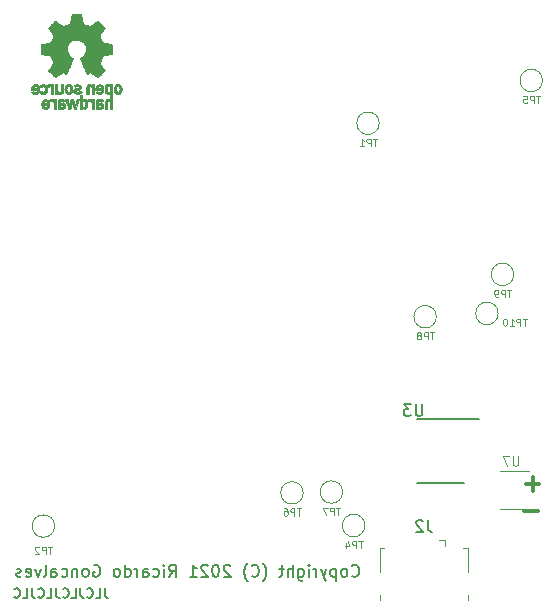
<source format=gbr>
%TF.GenerationSoftware,KiCad,Pcbnew,(5.1.9)-1*%
%TF.CreationDate,2021-03-08T10:45:14+00:00*%
%TF.ProjectId,gps_tracker_basic,6770735f-7472-4616-936b-65725f626173,1.0*%
%TF.SameCoordinates,Original*%
%TF.FileFunction,Legend,Bot*%
%TF.FilePolarity,Positive*%
%FSLAX46Y46*%
G04 Gerber Fmt 4.6, Leading zero omitted, Abs format (unit mm)*
G04 Created by KiCad (PCBNEW (5.1.9)-1) date 2021-03-08 10:45:14*
%MOMM*%
%LPD*%
G01*
G04 APERTURE LIST*
%ADD10C,0.150000*%
%ADD11C,0.300000*%
%ADD12C,0.010000*%
%ADD13C,0.120000*%
G04 APERTURE END LIST*
D10*
X134732761Y-121157142D02*
X134780380Y-121204761D01*
X134923238Y-121252380D01*
X135018476Y-121252380D01*
X135161333Y-121204761D01*
X135256571Y-121109523D01*
X135304190Y-121014285D01*
X135351809Y-120823809D01*
X135351809Y-120680952D01*
X135304190Y-120490476D01*
X135256571Y-120395238D01*
X135161333Y-120300000D01*
X135018476Y-120252380D01*
X134923238Y-120252380D01*
X134780380Y-120300000D01*
X134732761Y-120347619D01*
X134161333Y-121252380D02*
X134256571Y-121204761D01*
X134304190Y-121157142D01*
X134351809Y-121061904D01*
X134351809Y-120776190D01*
X134304190Y-120680952D01*
X134256571Y-120633333D01*
X134161333Y-120585714D01*
X134018476Y-120585714D01*
X133923238Y-120633333D01*
X133875619Y-120680952D01*
X133828000Y-120776190D01*
X133828000Y-121061904D01*
X133875619Y-121157142D01*
X133923238Y-121204761D01*
X134018476Y-121252380D01*
X134161333Y-121252380D01*
X133399428Y-120585714D02*
X133399428Y-121585714D01*
X133399428Y-120633333D02*
X133304190Y-120585714D01*
X133113714Y-120585714D01*
X133018476Y-120633333D01*
X132970857Y-120680952D01*
X132923238Y-120776190D01*
X132923238Y-121061904D01*
X132970857Y-121157142D01*
X133018476Y-121204761D01*
X133113714Y-121252380D01*
X133304190Y-121252380D01*
X133399428Y-121204761D01*
X132589904Y-120585714D02*
X132351809Y-121252380D01*
X132113714Y-120585714D02*
X132351809Y-121252380D01*
X132447047Y-121490476D01*
X132494666Y-121538095D01*
X132589904Y-121585714D01*
X131732761Y-121252380D02*
X131732761Y-120585714D01*
X131732761Y-120776190D02*
X131685142Y-120680952D01*
X131637523Y-120633333D01*
X131542285Y-120585714D01*
X131447047Y-120585714D01*
X131113714Y-121252380D02*
X131113714Y-120585714D01*
X131113714Y-120252380D02*
X131161333Y-120300000D01*
X131113714Y-120347619D01*
X131066095Y-120300000D01*
X131113714Y-120252380D01*
X131113714Y-120347619D01*
X130208952Y-120585714D02*
X130208952Y-121395238D01*
X130256571Y-121490476D01*
X130304190Y-121538095D01*
X130399428Y-121585714D01*
X130542285Y-121585714D01*
X130637523Y-121538095D01*
X130208952Y-121204761D02*
X130304190Y-121252380D01*
X130494666Y-121252380D01*
X130589904Y-121204761D01*
X130637523Y-121157142D01*
X130685142Y-121061904D01*
X130685142Y-120776190D01*
X130637523Y-120680952D01*
X130589904Y-120633333D01*
X130494666Y-120585714D01*
X130304190Y-120585714D01*
X130208952Y-120633333D01*
X129732761Y-121252380D02*
X129732761Y-120252380D01*
X129304190Y-121252380D02*
X129304190Y-120728571D01*
X129351809Y-120633333D01*
X129447047Y-120585714D01*
X129589904Y-120585714D01*
X129685142Y-120633333D01*
X129732761Y-120680952D01*
X128970857Y-120585714D02*
X128589904Y-120585714D01*
X128828000Y-120252380D02*
X128828000Y-121109523D01*
X128780380Y-121204761D01*
X128685142Y-121252380D01*
X128589904Y-121252380D01*
X127208952Y-121633333D02*
X127256571Y-121585714D01*
X127351809Y-121442857D01*
X127399428Y-121347619D01*
X127447047Y-121204761D01*
X127494666Y-120966666D01*
X127494666Y-120776190D01*
X127447047Y-120538095D01*
X127399428Y-120395238D01*
X127351809Y-120300000D01*
X127256571Y-120157142D01*
X127208952Y-120109523D01*
X126256571Y-121157142D02*
X126304190Y-121204761D01*
X126447047Y-121252380D01*
X126542285Y-121252380D01*
X126685142Y-121204761D01*
X126780380Y-121109523D01*
X126828000Y-121014285D01*
X126875619Y-120823809D01*
X126875619Y-120680952D01*
X126828000Y-120490476D01*
X126780380Y-120395238D01*
X126685142Y-120300000D01*
X126542285Y-120252380D01*
X126447047Y-120252380D01*
X126304190Y-120300000D01*
X126256571Y-120347619D01*
X125923238Y-121633333D02*
X125875619Y-121585714D01*
X125780380Y-121442857D01*
X125732761Y-121347619D01*
X125685142Y-121204761D01*
X125637523Y-120966666D01*
X125637523Y-120776190D01*
X125685142Y-120538095D01*
X125732761Y-120395238D01*
X125780380Y-120300000D01*
X125875619Y-120157142D01*
X125923238Y-120109523D01*
X124447047Y-120347619D02*
X124399428Y-120300000D01*
X124304190Y-120252380D01*
X124066095Y-120252380D01*
X123970857Y-120300000D01*
X123923238Y-120347619D01*
X123875619Y-120442857D01*
X123875619Y-120538095D01*
X123923238Y-120680952D01*
X124494666Y-121252380D01*
X123875619Y-121252380D01*
X123256571Y-120252380D02*
X123161333Y-120252380D01*
X123066095Y-120300000D01*
X123018476Y-120347619D01*
X122970857Y-120442857D01*
X122923238Y-120633333D01*
X122923238Y-120871428D01*
X122970857Y-121061904D01*
X123018476Y-121157142D01*
X123066095Y-121204761D01*
X123161333Y-121252380D01*
X123256571Y-121252380D01*
X123351809Y-121204761D01*
X123399428Y-121157142D01*
X123447047Y-121061904D01*
X123494666Y-120871428D01*
X123494666Y-120633333D01*
X123447047Y-120442857D01*
X123399428Y-120347619D01*
X123351809Y-120300000D01*
X123256571Y-120252380D01*
X122542285Y-120347619D02*
X122494666Y-120300000D01*
X122399428Y-120252380D01*
X122161333Y-120252380D01*
X122066095Y-120300000D01*
X122018476Y-120347619D01*
X121970857Y-120442857D01*
X121970857Y-120538095D01*
X122018476Y-120680952D01*
X122589904Y-121252380D01*
X121970857Y-121252380D01*
X121018476Y-121252380D02*
X121589904Y-121252380D01*
X121304190Y-121252380D02*
X121304190Y-120252380D01*
X121399428Y-120395238D01*
X121494666Y-120490476D01*
X121589904Y-120538095D01*
X119256571Y-121252380D02*
X119589904Y-120776190D01*
X119828000Y-121252380D02*
X119828000Y-120252380D01*
X119447047Y-120252380D01*
X119351809Y-120300000D01*
X119304190Y-120347619D01*
X119256571Y-120442857D01*
X119256571Y-120585714D01*
X119304190Y-120680952D01*
X119351809Y-120728571D01*
X119447047Y-120776190D01*
X119828000Y-120776190D01*
X118828000Y-121252380D02*
X118828000Y-120585714D01*
X118828000Y-120252380D02*
X118875619Y-120300000D01*
X118828000Y-120347619D01*
X118780380Y-120300000D01*
X118828000Y-120252380D01*
X118828000Y-120347619D01*
X117923238Y-121204761D02*
X118018476Y-121252380D01*
X118208952Y-121252380D01*
X118304190Y-121204761D01*
X118351809Y-121157142D01*
X118399428Y-121061904D01*
X118399428Y-120776190D01*
X118351809Y-120680952D01*
X118304190Y-120633333D01*
X118208952Y-120585714D01*
X118018476Y-120585714D01*
X117923238Y-120633333D01*
X117066095Y-121252380D02*
X117066095Y-120728571D01*
X117113714Y-120633333D01*
X117208952Y-120585714D01*
X117399428Y-120585714D01*
X117494666Y-120633333D01*
X117066095Y-121204761D02*
X117161333Y-121252380D01*
X117399428Y-121252380D01*
X117494666Y-121204761D01*
X117542285Y-121109523D01*
X117542285Y-121014285D01*
X117494666Y-120919047D01*
X117399428Y-120871428D01*
X117161333Y-120871428D01*
X117066095Y-120823809D01*
X116589904Y-121252380D02*
X116589904Y-120585714D01*
X116589904Y-120776190D02*
X116542285Y-120680952D01*
X116494666Y-120633333D01*
X116399428Y-120585714D01*
X116304190Y-120585714D01*
X115542285Y-121252380D02*
X115542285Y-120252380D01*
X115542285Y-121204761D02*
X115637523Y-121252380D01*
X115828000Y-121252380D01*
X115923238Y-121204761D01*
X115970857Y-121157142D01*
X116018476Y-121061904D01*
X116018476Y-120776190D01*
X115970857Y-120680952D01*
X115923238Y-120633333D01*
X115828000Y-120585714D01*
X115637523Y-120585714D01*
X115542285Y-120633333D01*
X114923238Y-121252380D02*
X115018476Y-121204761D01*
X115066095Y-121157142D01*
X115113714Y-121061904D01*
X115113714Y-120776190D01*
X115066095Y-120680952D01*
X115018476Y-120633333D01*
X114923238Y-120585714D01*
X114780380Y-120585714D01*
X114685142Y-120633333D01*
X114637523Y-120680952D01*
X114589904Y-120776190D01*
X114589904Y-121061904D01*
X114637523Y-121157142D01*
X114685142Y-121204761D01*
X114780380Y-121252380D01*
X114923238Y-121252380D01*
X112875619Y-120300000D02*
X112970857Y-120252380D01*
X113113714Y-120252380D01*
X113256571Y-120300000D01*
X113351809Y-120395238D01*
X113399428Y-120490476D01*
X113447047Y-120680952D01*
X113447047Y-120823809D01*
X113399428Y-121014285D01*
X113351809Y-121109523D01*
X113256571Y-121204761D01*
X113113714Y-121252380D01*
X113018476Y-121252380D01*
X112875619Y-121204761D01*
X112828000Y-121157142D01*
X112828000Y-120823809D01*
X113018476Y-120823809D01*
X112256571Y-121252380D02*
X112351809Y-121204761D01*
X112399428Y-121157142D01*
X112447047Y-121061904D01*
X112447047Y-120776190D01*
X112399428Y-120680952D01*
X112351809Y-120633333D01*
X112256571Y-120585714D01*
X112113714Y-120585714D01*
X112018476Y-120633333D01*
X111970857Y-120680952D01*
X111923238Y-120776190D01*
X111923238Y-121061904D01*
X111970857Y-121157142D01*
X112018476Y-121204761D01*
X112113714Y-121252380D01*
X112256571Y-121252380D01*
X111494666Y-120585714D02*
X111494666Y-121252380D01*
X111494666Y-120680952D02*
X111447047Y-120633333D01*
X111351809Y-120585714D01*
X111208952Y-120585714D01*
X111113714Y-120633333D01*
X111066095Y-120728571D01*
X111066095Y-121252380D01*
X110161333Y-121204761D02*
X110256571Y-121252380D01*
X110447047Y-121252380D01*
X110542285Y-121204761D01*
X110589904Y-121157142D01*
X110637523Y-121061904D01*
X110637523Y-120776190D01*
X110589904Y-120680952D01*
X110542285Y-120633333D01*
X110447047Y-120585714D01*
X110256571Y-120585714D01*
X110161333Y-120633333D01*
X109304190Y-121252380D02*
X109304190Y-120728571D01*
X109351809Y-120633333D01*
X109447047Y-120585714D01*
X109637523Y-120585714D01*
X109732761Y-120633333D01*
X109304190Y-121204761D02*
X109399428Y-121252380D01*
X109637523Y-121252380D01*
X109732761Y-121204761D01*
X109780380Y-121109523D01*
X109780380Y-121014285D01*
X109732761Y-120919047D01*
X109637523Y-120871428D01*
X109399428Y-120871428D01*
X109304190Y-120823809D01*
X108685142Y-121252380D02*
X108780380Y-121204761D01*
X108828000Y-121109523D01*
X108828000Y-120252380D01*
X108399428Y-120585714D02*
X108161333Y-121252380D01*
X107923238Y-120585714D01*
X107161333Y-121204761D02*
X107256571Y-121252380D01*
X107447047Y-121252380D01*
X107542285Y-121204761D01*
X107589904Y-121109523D01*
X107589904Y-120728571D01*
X107542285Y-120633333D01*
X107447047Y-120585714D01*
X107256571Y-120585714D01*
X107161333Y-120633333D01*
X107113714Y-120728571D01*
X107113714Y-120823809D01*
X107589904Y-120919047D01*
X106732761Y-121204761D02*
X106637523Y-121252380D01*
X106447047Y-121252380D01*
X106351809Y-121204761D01*
X106304190Y-121109523D01*
X106304190Y-121061904D01*
X106351809Y-120966666D01*
X106447047Y-120919047D01*
X106589904Y-120919047D01*
X106685142Y-120871428D01*
X106732761Y-120776190D01*
X106732761Y-120728571D01*
X106685142Y-120633333D01*
X106589904Y-120585714D01*
X106447047Y-120585714D01*
X106351809Y-120633333D01*
D11*
X149466571Y-113414142D02*
X150609428Y-113414142D01*
X150038000Y-113985571D02*
X150038000Y-112842714D01*
X149339571Y-115700142D02*
X150482428Y-115700142D01*
D10*
X113804438Y-122228804D02*
X113804438Y-122800233D01*
X113842533Y-122914519D01*
X113918723Y-122990709D01*
X114033009Y-123028804D01*
X114109200Y-123028804D01*
X113042533Y-123028804D02*
X113423485Y-123028804D01*
X113423485Y-122228804D01*
X112318723Y-122952614D02*
X112356819Y-122990709D01*
X112471104Y-123028804D01*
X112547295Y-123028804D01*
X112661580Y-122990709D01*
X112737771Y-122914519D01*
X112775866Y-122838328D01*
X112813961Y-122685947D01*
X112813961Y-122571661D01*
X112775866Y-122419280D01*
X112737771Y-122343090D01*
X112661580Y-122266900D01*
X112547295Y-122228804D01*
X112471104Y-122228804D01*
X112356819Y-122266900D01*
X112318723Y-122304995D01*
X111747295Y-122228804D02*
X111747295Y-122800233D01*
X111785390Y-122914519D01*
X111861580Y-122990709D01*
X111975866Y-123028804D01*
X112052057Y-123028804D01*
X110985390Y-123028804D02*
X111366342Y-123028804D01*
X111366342Y-122228804D01*
X110261580Y-122952614D02*
X110299676Y-122990709D01*
X110413961Y-123028804D01*
X110490152Y-123028804D01*
X110604438Y-122990709D01*
X110680628Y-122914519D01*
X110718723Y-122838328D01*
X110756819Y-122685947D01*
X110756819Y-122571661D01*
X110718723Y-122419280D01*
X110680628Y-122343090D01*
X110604438Y-122266900D01*
X110490152Y-122228804D01*
X110413961Y-122228804D01*
X110299676Y-122266900D01*
X110261580Y-122304995D01*
X109690152Y-122228804D02*
X109690152Y-122800233D01*
X109728247Y-122914519D01*
X109804438Y-122990709D01*
X109918723Y-123028804D01*
X109994914Y-123028804D01*
X108928247Y-123028804D02*
X109309200Y-123028804D01*
X109309200Y-122228804D01*
X108204438Y-122952614D02*
X108242533Y-122990709D01*
X108356819Y-123028804D01*
X108433009Y-123028804D01*
X108547295Y-122990709D01*
X108623485Y-122914519D01*
X108661580Y-122838328D01*
X108699676Y-122685947D01*
X108699676Y-122571661D01*
X108661580Y-122419280D01*
X108623485Y-122343090D01*
X108547295Y-122266900D01*
X108433009Y-122228804D01*
X108356819Y-122228804D01*
X108242533Y-122266900D01*
X108204438Y-122304995D01*
X107633009Y-122228804D02*
X107633009Y-122800233D01*
X107671104Y-122914519D01*
X107747295Y-122990709D01*
X107861580Y-123028804D01*
X107937771Y-123028804D01*
X106871104Y-123028804D02*
X107252057Y-123028804D01*
X107252057Y-122228804D01*
X106147295Y-122952614D02*
X106185390Y-122990709D01*
X106299676Y-123028804D01*
X106375866Y-123028804D01*
X106490152Y-122990709D01*
X106566342Y-122914519D01*
X106604438Y-122838328D01*
X106642533Y-122685947D01*
X106642533Y-122571661D01*
X106604438Y-122419280D01*
X106566342Y-122343090D01*
X106490152Y-122266900D01*
X106375866Y-122228804D01*
X106299676Y-122228804D01*
X106185390Y-122266900D01*
X106147295Y-122304995D01*
D12*
%TO.C,REF\u002A\u002A*%
G36*
X110929036Y-74018576D02*
G01*
X110853487Y-74419322D01*
X110295959Y-74649154D01*
X109961535Y-74421748D01*
X109867878Y-74358431D01*
X109783218Y-74301896D01*
X109711505Y-74254727D01*
X109656689Y-74219502D01*
X109622720Y-74198805D01*
X109613470Y-74194342D01*
X109596805Y-74205820D01*
X109561194Y-74237551D01*
X109510629Y-74285483D01*
X109449100Y-74345562D01*
X109380601Y-74413733D01*
X109309121Y-74485945D01*
X109238653Y-74558142D01*
X109173189Y-74626273D01*
X109116720Y-74686283D01*
X109073237Y-74734119D01*
X109046732Y-74765727D01*
X109040395Y-74776305D01*
X109049514Y-74795806D01*
X109075080Y-74838531D01*
X109114403Y-74900298D01*
X109164797Y-74976931D01*
X109223573Y-75064248D01*
X109257632Y-75114052D01*
X109319711Y-75204993D01*
X109374874Y-75287059D01*
X109420446Y-75356163D01*
X109453750Y-75408222D01*
X109472110Y-75439150D01*
X109474869Y-75445650D01*
X109468615Y-75464121D01*
X109451566Y-75507172D01*
X109426297Y-75568749D01*
X109395378Y-75642799D01*
X109361382Y-75723270D01*
X109326882Y-75804107D01*
X109294449Y-75879258D01*
X109266657Y-75942671D01*
X109246077Y-75988293D01*
X109235281Y-76010069D01*
X109234644Y-76010926D01*
X109217693Y-76015084D01*
X109172549Y-76024361D01*
X109103890Y-76037844D01*
X109016398Y-76054621D01*
X108914750Y-76073781D01*
X108855444Y-76084830D01*
X108746828Y-76105510D01*
X108648723Y-76125189D01*
X108566091Y-76142789D01*
X108503896Y-76157233D01*
X108467101Y-76167446D01*
X108459704Y-76170686D01*
X108452460Y-76192617D01*
X108446615Y-76242147D01*
X108442165Y-76313485D01*
X108439107Y-76400839D01*
X108437435Y-76498417D01*
X108437147Y-76600426D01*
X108438239Y-76701075D01*
X108440706Y-76794572D01*
X108444544Y-76875125D01*
X108449750Y-76936942D01*
X108456319Y-76974230D01*
X108460259Y-76981993D01*
X108483812Y-76991298D01*
X108533718Y-77004600D01*
X108603377Y-77020337D01*
X108686187Y-77036946D01*
X108715095Y-77042319D01*
X108854469Y-77067848D01*
X108964564Y-77088408D01*
X109049018Y-77104815D01*
X109111470Y-77117887D01*
X109155556Y-77128441D01*
X109184915Y-77137294D01*
X109203185Y-77145263D01*
X109214002Y-77153165D01*
X109215515Y-77154727D01*
X109230623Y-77179886D01*
X109253671Y-77228850D01*
X109282356Y-77295621D01*
X109314378Y-77374205D01*
X109347435Y-77458607D01*
X109379227Y-77542830D01*
X109407451Y-77620879D01*
X109429807Y-77686759D01*
X109443993Y-77734473D01*
X109447707Y-77758027D01*
X109447398Y-77758852D01*
X109434811Y-77778104D01*
X109406256Y-77820463D01*
X109364733Y-77881521D01*
X109313244Y-77956868D01*
X109254789Y-78042096D01*
X109238142Y-78066315D01*
X109178785Y-78154123D01*
X109126553Y-78234238D01*
X109084292Y-78302062D01*
X109054847Y-78352993D01*
X109041063Y-78382431D01*
X109040395Y-78386048D01*
X109051976Y-78405057D01*
X109083976Y-78442714D01*
X109132282Y-78494973D01*
X109192780Y-78557786D01*
X109261356Y-78627106D01*
X109333896Y-78698885D01*
X109406288Y-78769077D01*
X109474416Y-78833635D01*
X109534168Y-78888510D01*
X109581429Y-78929656D01*
X109612087Y-78953026D01*
X109620568Y-78956842D01*
X109640309Y-78947855D01*
X109680726Y-78923616D01*
X109735237Y-78888209D01*
X109777177Y-78859711D01*
X109853171Y-78807418D01*
X109943166Y-78745845D01*
X110033436Y-78684370D01*
X110081968Y-78651469D01*
X110246238Y-78540359D01*
X110384131Y-78614916D01*
X110446951Y-78647578D01*
X110500371Y-78672966D01*
X110536516Y-78687446D01*
X110545716Y-78689460D01*
X110556779Y-78674584D01*
X110578606Y-78632547D01*
X110609566Y-78567227D01*
X110648030Y-78482500D01*
X110692368Y-78382245D01*
X110740953Y-78270339D01*
X110792154Y-78150659D01*
X110844341Y-78027084D01*
X110895887Y-77903491D01*
X110945160Y-77783757D01*
X110990533Y-77671759D01*
X111030375Y-77571377D01*
X111063058Y-77486486D01*
X111086951Y-77420965D01*
X111100426Y-77378690D01*
X111102594Y-77364172D01*
X111085417Y-77345653D01*
X111047810Y-77315590D01*
X110997634Y-77280232D01*
X110993422Y-77277434D01*
X110863736Y-77173625D01*
X110759166Y-77052515D01*
X110680619Y-76917976D01*
X110629001Y-76773882D01*
X110605218Y-76624105D01*
X110610177Y-76472517D01*
X110644783Y-76322992D01*
X110709943Y-76179400D01*
X110729114Y-76147984D01*
X110828826Y-76021125D01*
X110946623Y-75919255D01*
X111078429Y-75842904D01*
X111220167Y-75792602D01*
X111367758Y-75768879D01*
X111517127Y-75772265D01*
X111664197Y-75803288D01*
X111804889Y-75862480D01*
X111935127Y-75950369D01*
X111975414Y-75986042D01*
X112077945Y-76097706D01*
X112152659Y-76215257D01*
X112203910Y-76347020D01*
X112232454Y-76477507D01*
X112239500Y-76624216D01*
X112216004Y-76771653D01*
X112164351Y-76914834D01*
X112086929Y-77048777D01*
X111986125Y-77168498D01*
X111864324Y-77269014D01*
X111848316Y-77279609D01*
X111797602Y-77314306D01*
X111759050Y-77344370D01*
X111740619Y-77363565D01*
X111740351Y-77364172D01*
X111744308Y-77384936D01*
X111759993Y-77432062D01*
X111785778Y-77501673D01*
X111820031Y-77589893D01*
X111861123Y-77692844D01*
X111907424Y-77806650D01*
X111957304Y-77927435D01*
X112009133Y-78051321D01*
X112061281Y-78174432D01*
X112112118Y-78292891D01*
X112160013Y-78402823D01*
X112203338Y-78500349D01*
X112240462Y-78581593D01*
X112269756Y-78642679D01*
X112289588Y-78679730D01*
X112297574Y-78689460D01*
X112321979Y-78681883D01*
X112367642Y-78661560D01*
X112426690Y-78632125D01*
X112459160Y-78614916D01*
X112597053Y-78540359D01*
X112761323Y-78651469D01*
X112845179Y-78708390D01*
X112936987Y-78771030D01*
X113023020Y-78830011D01*
X113066113Y-78859711D01*
X113126723Y-78900410D01*
X113178045Y-78932663D01*
X113213385Y-78952384D01*
X113224863Y-78956554D01*
X113241570Y-78945307D01*
X113278546Y-78913911D01*
X113332205Y-78865624D01*
X113398962Y-78803708D01*
X113475234Y-78731421D01*
X113523473Y-78685008D01*
X113607867Y-78602087D01*
X113680803Y-78527920D01*
X113739331Y-78465680D01*
X113780503Y-78418541D01*
X113801372Y-78389673D01*
X113803374Y-78383815D01*
X113794083Y-78361532D01*
X113768409Y-78316477D01*
X113729200Y-78253211D01*
X113679303Y-78176295D01*
X113621567Y-78090292D01*
X113605149Y-78066315D01*
X113545323Y-77979170D01*
X113491650Y-77900710D01*
X113447130Y-77835345D01*
X113414765Y-77787484D01*
X113397555Y-77761535D01*
X113395893Y-77758852D01*
X113398379Y-77738172D01*
X113411577Y-77692704D01*
X113433186Y-77628444D01*
X113460904Y-77551387D01*
X113492430Y-77467529D01*
X113525463Y-77382866D01*
X113557701Y-77303392D01*
X113586843Y-77235104D01*
X113610588Y-77183997D01*
X113626635Y-77156067D01*
X113627775Y-77154727D01*
X113637588Y-77146745D01*
X113654161Y-77138851D01*
X113681132Y-77130229D01*
X113722139Y-77120062D01*
X113780820Y-77107531D01*
X113860813Y-77091821D01*
X113965755Y-77072113D01*
X114099285Y-77047592D01*
X114128196Y-77042319D01*
X114213882Y-77025764D01*
X114288582Y-77009569D01*
X114345694Y-76995296D01*
X114378617Y-76984508D01*
X114383031Y-76981993D01*
X114390306Y-76959696D01*
X114396219Y-76909869D01*
X114400766Y-76838304D01*
X114403945Y-76750793D01*
X114405749Y-76653128D01*
X114406177Y-76551101D01*
X114405223Y-76450503D01*
X114402884Y-76357127D01*
X114399156Y-76276765D01*
X114394034Y-76215209D01*
X114387516Y-76178250D01*
X114383586Y-76170686D01*
X114361708Y-76163056D01*
X114311891Y-76150642D01*
X114239097Y-76134522D01*
X114148289Y-76115773D01*
X114044431Y-76095471D01*
X113987846Y-76084830D01*
X113880486Y-76064760D01*
X113784746Y-76046580D01*
X113705306Y-76031199D01*
X113646846Y-76019531D01*
X113614045Y-76012488D01*
X113608646Y-76010926D01*
X113599522Y-75993322D01*
X113580235Y-75950918D01*
X113553355Y-75889772D01*
X113521454Y-75815943D01*
X113487102Y-75735489D01*
X113452871Y-75654468D01*
X113421331Y-75578937D01*
X113395054Y-75514955D01*
X113376611Y-75468580D01*
X113368571Y-75445869D01*
X113368422Y-75444876D01*
X113377535Y-75426961D01*
X113403086Y-75385733D01*
X113442388Y-75325291D01*
X113492757Y-75249731D01*
X113551506Y-75163152D01*
X113585658Y-75113421D01*
X113647890Y-75022236D01*
X113703164Y-74939449D01*
X113748782Y-74869249D01*
X113782048Y-74815824D01*
X113800264Y-74783361D01*
X113802895Y-74776083D01*
X113791586Y-74759145D01*
X113760319Y-74722978D01*
X113713090Y-74671635D01*
X113653892Y-74609167D01*
X113586719Y-74539626D01*
X113515566Y-74467065D01*
X113444426Y-74395535D01*
X113377293Y-74329087D01*
X113318161Y-74271774D01*
X113271025Y-74227647D01*
X113239877Y-74200759D01*
X113229457Y-74194342D01*
X113212491Y-74203365D01*
X113171911Y-74228715D01*
X113111663Y-74267810D01*
X113035693Y-74318071D01*
X112947946Y-74376917D01*
X112881756Y-74421748D01*
X112547332Y-74649154D01*
X112268567Y-74534238D01*
X111989803Y-74419322D01*
X111914254Y-74018576D01*
X111838706Y-73617829D01*
X111004585Y-73617829D01*
X110929036Y-74018576D01*
G37*
X110929036Y-74018576D02*
X110853487Y-74419322D01*
X110295959Y-74649154D01*
X109961535Y-74421748D01*
X109867878Y-74358431D01*
X109783218Y-74301896D01*
X109711505Y-74254727D01*
X109656689Y-74219502D01*
X109622720Y-74198805D01*
X109613470Y-74194342D01*
X109596805Y-74205820D01*
X109561194Y-74237551D01*
X109510629Y-74285483D01*
X109449100Y-74345562D01*
X109380601Y-74413733D01*
X109309121Y-74485945D01*
X109238653Y-74558142D01*
X109173189Y-74626273D01*
X109116720Y-74686283D01*
X109073237Y-74734119D01*
X109046732Y-74765727D01*
X109040395Y-74776305D01*
X109049514Y-74795806D01*
X109075080Y-74838531D01*
X109114403Y-74900298D01*
X109164797Y-74976931D01*
X109223573Y-75064248D01*
X109257632Y-75114052D01*
X109319711Y-75204993D01*
X109374874Y-75287059D01*
X109420446Y-75356163D01*
X109453750Y-75408222D01*
X109472110Y-75439150D01*
X109474869Y-75445650D01*
X109468615Y-75464121D01*
X109451566Y-75507172D01*
X109426297Y-75568749D01*
X109395378Y-75642799D01*
X109361382Y-75723270D01*
X109326882Y-75804107D01*
X109294449Y-75879258D01*
X109266657Y-75942671D01*
X109246077Y-75988293D01*
X109235281Y-76010069D01*
X109234644Y-76010926D01*
X109217693Y-76015084D01*
X109172549Y-76024361D01*
X109103890Y-76037844D01*
X109016398Y-76054621D01*
X108914750Y-76073781D01*
X108855444Y-76084830D01*
X108746828Y-76105510D01*
X108648723Y-76125189D01*
X108566091Y-76142789D01*
X108503896Y-76157233D01*
X108467101Y-76167446D01*
X108459704Y-76170686D01*
X108452460Y-76192617D01*
X108446615Y-76242147D01*
X108442165Y-76313485D01*
X108439107Y-76400839D01*
X108437435Y-76498417D01*
X108437147Y-76600426D01*
X108438239Y-76701075D01*
X108440706Y-76794572D01*
X108444544Y-76875125D01*
X108449750Y-76936942D01*
X108456319Y-76974230D01*
X108460259Y-76981993D01*
X108483812Y-76991298D01*
X108533718Y-77004600D01*
X108603377Y-77020337D01*
X108686187Y-77036946D01*
X108715095Y-77042319D01*
X108854469Y-77067848D01*
X108964564Y-77088408D01*
X109049018Y-77104815D01*
X109111470Y-77117887D01*
X109155556Y-77128441D01*
X109184915Y-77137294D01*
X109203185Y-77145263D01*
X109214002Y-77153165D01*
X109215515Y-77154727D01*
X109230623Y-77179886D01*
X109253671Y-77228850D01*
X109282356Y-77295621D01*
X109314378Y-77374205D01*
X109347435Y-77458607D01*
X109379227Y-77542830D01*
X109407451Y-77620879D01*
X109429807Y-77686759D01*
X109443993Y-77734473D01*
X109447707Y-77758027D01*
X109447398Y-77758852D01*
X109434811Y-77778104D01*
X109406256Y-77820463D01*
X109364733Y-77881521D01*
X109313244Y-77956868D01*
X109254789Y-78042096D01*
X109238142Y-78066315D01*
X109178785Y-78154123D01*
X109126553Y-78234238D01*
X109084292Y-78302062D01*
X109054847Y-78352993D01*
X109041063Y-78382431D01*
X109040395Y-78386048D01*
X109051976Y-78405057D01*
X109083976Y-78442714D01*
X109132282Y-78494973D01*
X109192780Y-78557786D01*
X109261356Y-78627106D01*
X109333896Y-78698885D01*
X109406288Y-78769077D01*
X109474416Y-78833635D01*
X109534168Y-78888510D01*
X109581429Y-78929656D01*
X109612087Y-78953026D01*
X109620568Y-78956842D01*
X109640309Y-78947855D01*
X109680726Y-78923616D01*
X109735237Y-78888209D01*
X109777177Y-78859711D01*
X109853171Y-78807418D01*
X109943166Y-78745845D01*
X110033436Y-78684370D01*
X110081968Y-78651469D01*
X110246238Y-78540359D01*
X110384131Y-78614916D01*
X110446951Y-78647578D01*
X110500371Y-78672966D01*
X110536516Y-78687446D01*
X110545716Y-78689460D01*
X110556779Y-78674584D01*
X110578606Y-78632547D01*
X110609566Y-78567227D01*
X110648030Y-78482500D01*
X110692368Y-78382245D01*
X110740953Y-78270339D01*
X110792154Y-78150659D01*
X110844341Y-78027084D01*
X110895887Y-77903491D01*
X110945160Y-77783757D01*
X110990533Y-77671759D01*
X111030375Y-77571377D01*
X111063058Y-77486486D01*
X111086951Y-77420965D01*
X111100426Y-77378690D01*
X111102594Y-77364172D01*
X111085417Y-77345653D01*
X111047810Y-77315590D01*
X110997634Y-77280232D01*
X110993422Y-77277434D01*
X110863736Y-77173625D01*
X110759166Y-77052515D01*
X110680619Y-76917976D01*
X110629001Y-76773882D01*
X110605218Y-76624105D01*
X110610177Y-76472517D01*
X110644783Y-76322992D01*
X110709943Y-76179400D01*
X110729114Y-76147984D01*
X110828826Y-76021125D01*
X110946623Y-75919255D01*
X111078429Y-75842904D01*
X111220167Y-75792602D01*
X111367758Y-75768879D01*
X111517127Y-75772265D01*
X111664197Y-75803288D01*
X111804889Y-75862480D01*
X111935127Y-75950369D01*
X111975414Y-75986042D01*
X112077945Y-76097706D01*
X112152659Y-76215257D01*
X112203910Y-76347020D01*
X112232454Y-76477507D01*
X112239500Y-76624216D01*
X112216004Y-76771653D01*
X112164351Y-76914834D01*
X112086929Y-77048777D01*
X111986125Y-77168498D01*
X111864324Y-77269014D01*
X111848316Y-77279609D01*
X111797602Y-77314306D01*
X111759050Y-77344370D01*
X111740619Y-77363565D01*
X111740351Y-77364172D01*
X111744308Y-77384936D01*
X111759993Y-77432062D01*
X111785778Y-77501673D01*
X111820031Y-77589893D01*
X111861123Y-77692844D01*
X111907424Y-77806650D01*
X111957304Y-77927435D01*
X112009133Y-78051321D01*
X112061281Y-78174432D01*
X112112118Y-78292891D01*
X112160013Y-78402823D01*
X112203338Y-78500349D01*
X112240462Y-78581593D01*
X112269756Y-78642679D01*
X112289588Y-78679730D01*
X112297574Y-78689460D01*
X112321979Y-78681883D01*
X112367642Y-78661560D01*
X112426690Y-78632125D01*
X112459160Y-78614916D01*
X112597053Y-78540359D01*
X112761323Y-78651469D01*
X112845179Y-78708390D01*
X112936987Y-78771030D01*
X113023020Y-78830011D01*
X113066113Y-78859711D01*
X113126723Y-78900410D01*
X113178045Y-78932663D01*
X113213385Y-78952384D01*
X113224863Y-78956554D01*
X113241570Y-78945307D01*
X113278546Y-78913911D01*
X113332205Y-78865624D01*
X113398962Y-78803708D01*
X113475234Y-78731421D01*
X113523473Y-78685008D01*
X113607867Y-78602087D01*
X113680803Y-78527920D01*
X113739331Y-78465680D01*
X113780503Y-78418541D01*
X113801372Y-78389673D01*
X113803374Y-78383815D01*
X113794083Y-78361532D01*
X113768409Y-78316477D01*
X113729200Y-78253211D01*
X113679303Y-78176295D01*
X113621567Y-78090292D01*
X113605149Y-78066315D01*
X113545323Y-77979170D01*
X113491650Y-77900710D01*
X113447130Y-77835345D01*
X113414765Y-77787484D01*
X113397555Y-77761535D01*
X113395893Y-77758852D01*
X113398379Y-77738172D01*
X113411577Y-77692704D01*
X113433186Y-77628444D01*
X113460904Y-77551387D01*
X113492430Y-77467529D01*
X113525463Y-77382866D01*
X113557701Y-77303392D01*
X113586843Y-77235104D01*
X113610588Y-77183997D01*
X113626635Y-77156067D01*
X113627775Y-77154727D01*
X113637588Y-77146745D01*
X113654161Y-77138851D01*
X113681132Y-77130229D01*
X113722139Y-77120062D01*
X113780820Y-77107531D01*
X113860813Y-77091821D01*
X113965755Y-77072113D01*
X114099285Y-77047592D01*
X114128196Y-77042319D01*
X114213882Y-77025764D01*
X114288582Y-77009569D01*
X114345694Y-76995296D01*
X114378617Y-76984508D01*
X114383031Y-76981993D01*
X114390306Y-76959696D01*
X114396219Y-76909869D01*
X114400766Y-76838304D01*
X114403945Y-76750793D01*
X114405749Y-76653128D01*
X114406177Y-76551101D01*
X114405223Y-76450503D01*
X114402884Y-76357127D01*
X114399156Y-76276765D01*
X114394034Y-76215209D01*
X114387516Y-76178250D01*
X114383586Y-76170686D01*
X114361708Y-76163056D01*
X114311891Y-76150642D01*
X114239097Y-76134522D01*
X114148289Y-76115773D01*
X114044431Y-76095471D01*
X113987846Y-76084830D01*
X113880486Y-76064760D01*
X113784746Y-76046580D01*
X113705306Y-76031199D01*
X113646846Y-76019531D01*
X113614045Y-76012488D01*
X113608646Y-76010926D01*
X113599522Y-75993322D01*
X113580235Y-75950918D01*
X113553355Y-75889772D01*
X113521454Y-75815943D01*
X113487102Y-75735489D01*
X113452871Y-75654468D01*
X113421331Y-75578937D01*
X113395054Y-75514955D01*
X113376611Y-75468580D01*
X113368571Y-75445869D01*
X113368422Y-75444876D01*
X113377535Y-75426961D01*
X113403086Y-75385733D01*
X113442388Y-75325291D01*
X113492757Y-75249731D01*
X113551506Y-75163152D01*
X113585658Y-75113421D01*
X113647890Y-75022236D01*
X113703164Y-74939449D01*
X113748782Y-74869249D01*
X113782048Y-74815824D01*
X113800264Y-74783361D01*
X113802895Y-74776083D01*
X113791586Y-74759145D01*
X113760319Y-74722978D01*
X113713090Y-74671635D01*
X113653892Y-74609167D01*
X113586719Y-74539626D01*
X113515566Y-74467065D01*
X113444426Y-74395535D01*
X113377293Y-74329087D01*
X113318161Y-74271774D01*
X113271025Y-74227647D01*
X113239877Y-74200759D01*
X113229457Y-74194342D01*
X113212491Y-74203365D01*
X113171911Y-74228715D01*
X113111663Y-74267810D01*
X113035693Y-74318071D01*
X112947946Y-74376917D01*
X112881756Y-74421748D01*
X112547332Y-74649154D01*
X112268567Y-74534238D01*
X111989803Y-74419322D01*
X111914254Y-74018576D01*
X111838706Y-73617829D01*
X111004585Y-73617829D01*
X110929036Y-74018576D01*
G36*
X109038612Y-79557645D02*
G01*
X108981135Y-79575206D01*
X108944128Y-79597395D01*
X108932073Y-79614942D01*
X108935391Y-79635742D01*
X108956921Y-79668419D01*
X108975126Y-79691562D01*
X109012656Y-79733402D01*
X109040852Y-79751005D01*
X109064889Y-79749856D01*
X109136192Y-79731710D01*
X109188558Y-79732534D01*
X109231082Y-79753098D01*
X109245358Y-79765134D01*
X109291053Y-79807483D01*
X109291053Y-80360526D01*
X109474869Y-80360526D01*
X109474869Y-79558421D01*
X109382961Y-79558421D01*
X109327781Y-79560603D01*
X109299312Y-79568351D01*
X109291057Y-79583468D01*
X109291053Y-79583916D01*
X109287155Y-79599749D01*
X109269526Y-79597684D01*
X109245099Y-79586261D01*
X109194650Y-79565005D01*
X109153684Y-79552216D01*
X109100972Y-79548938D01*
X109038612Y-79557645D01*
G37*
X109038612Y-79557645D02*
X108981135Y-79575206D01*
X108944128Y-79597395D01*
X108932073Y-79614942D01*
X108935391Y-79635742D01*
X108956921Y-79668419D01*
X108975126Y-79691562D01*
X109012656Y-79733402D01*
X109040852Y-79751005D01*
X109064889Y-79749856D01*
X109136192Y-79731710D01*
X109188558Y-79732534D01*
X109231082Y-79753098D01*
X109245358Y-79765134D01*
X109291053Y-79807483D01*
X109291053Y-80360526D01*
X109474869Y-80360526D01*
X109474869Y-79558421D01*
X109382961Y-79558421D01*
X109327781Y-79560603D01*
X109299312Y-79568351D01*
X109291057Y-79583468D01*
X109291053Y-79583916D01*
X109287155Y-79599749D01*
X109269526Y-79597684D01*
X109245099Y-79586261D01*
X109194650Y-79565005D01*
X109153684Y-79552216D01*
X109100972Y-79548938D01*
X109038612Y-79557645D01*
G36*
X112432043Y-79572226D02*
G01*
X112390454Y-79592090D01*
X112350175Y-79620784D01*
X112319490Y-79653809D01*
X112297139Y-79695931D01*
X112281864Y-79751915D01*
X112272408Y-79826528D01*
X112267513Y-79924535D01*
X112265919Y-80050702D01*
X112265894Y-80063914D01*
X112265527Y-80360526D01*
X112449343Y-80360526D01*
X112449343Y-80087081D01*
X112449473Y-79985777D01*
X112450379Y-79912353D01*
X112452827Y-79861271D01*
X112457586Y-79826990D01*
X112465426Y-79803971D01*
X112477115Y-79786673D01*
X112493398Y-79769581D01*
X112550366Y-79732857D01*
X112612555Y-79726042D01*
X112671801Y-79749261D01*
X112692405Y-79766543D01*
X112707530Y-79782791D01*
X112718390Y-79800191D01*
X112725690Y-79824212D01*
X112730137Y-79860322D01*
X112732436Y-79913988D01*
X112733296Y-79990680D01*
X112733422Y-80084043D01*
X112733422Y-80360526D01*
X112917237Y-80360526D01*
X112917237Y-79558421D01*
X112825329Y-79558421D01*
X112770149Y-79560603D01*
X112741680Y-79568351D01*
X112733425Y-79583468D01*
X112733422Y-79583916D01*
X112729592Y-79598720D01*
X112712699Y-79597040D01*
X112679112Y-79580773D01*
X112602937Y-79556840D01*
X112515800Y-79554178D01*
X112432043Y-79572226D01*
G37*
X112432043Y-79572226D02*
X112390454Y-79592090D01*
X112350175Y-79620784D01*
X112319490Y-79653809D01*
X112297139Y-79695931D01*
X112281864Y-79751915D01*
X112272408Y-79826528D01*
X112267513Y-79924535D01*
X112265919Y-80050702D01*
X112265894Y-80063914D01*
X112265527Y-80360526D01*
X112449343Y-80360526D01*
X112449343Y-80087081D01*
X112449473Y-79985777D01*
X112450379Y-79912353D01*
X112452827Y-79861271D01*
X112457586Y-79826990D01*
X112465426Y-79803971D01*
X112477115Y-79786673D01*
X112493398Y-79769581D01*
X112550366Y-79732857D01*
X112612555Y-79726042D01*
X112671801Y-79749261D01*
X112692405Y-79766543D01*
X112707530Y-79782791D01*
X112718390Y-79800191D01*
X112725690Y-79824212D01*
X112730137Y-79860322D01*
X112732436Y-79913988D01*
X112733296Y-79990680D01*
X112733422Y-80084043D01*
X112733422Y-80360526D01*
X112917237Y-80360526D01*
X112917237Y-79558421D01*
X112825329Y-79558421D01*
X112770149Y-79560603D01*
X112741680Y-79568351D01*
X112733425Y-79583468D01*
X112733422Y-79583916D01*
X112729592Y-79598720D01*
X112712699Y-79597040D01*
X112679112Y-79580773D01*
X112602937Y-79556840D01*
X112515800Y-79554178D01*
X112432043Y-79572226D01*
G36*
X107871216Y-79555554D02*
G01*
X107828426Y-79565949D01*
X107746391Y-79604013D01*
X107676243Y-79662149D01*
X107627695Y-79731852D01*
X107621025Y-79747502D01*
X107611876Y-79788496D01*
X107605471Y-79849138D01*
X107603290Y-79910430D01*
X107603290Y-80026316D01*
X107845593Y-80026316D01*
X107945529Y-80026693D01*
X108015931Y-80028987D01*
X108060687Y-80034938D01*
X108083685Y-80046285D01*
X108088811Y-80064771D01*
X108079952Y-80092136D01*
X108064083Y-80124155D01*
X108019816Y-80177592D01*
X107958301Y-80204215D01*
X107883115Y-80203347D01*
X107797947Y-80174371D01*
X107724341Y-80138611D01*
X107663266Y-80186904D01*
X107602190Y-80235197D01*
X107659649Y-80288285D01*
X107736359Y-80338445D01*
X107830698Y-80368688D01*
X107932173Y-80377151D01*
X108030289Y-80361974D01*
X108046119Y-80356824D01*
X108132353Y-80311791D01*
X108196499Y-80244652D01*
X108239909Y-80153405D01*
X108263936Y-80036044D01*
X108264216Y-80033529D01*
X108266367Y-79905627D01*
X108257671Y-79859997D01*
X108087895Y-79859997D01*
X108072303Y-79867013D01*
X108029971Y-79872388D01*
X107967566Y-79875457D01*
X107928019Y-79875921D01*
X107854272Y-79875630D01*
X107808160Y-79873783D01*
X107783900Y-79868912D01*
X107775706Y-79859555D01*
X107777794Y-79844245D01*
X107779545Y-79838322D01*
X107809440Y-79782668D01*
X107856458Y-79737815D01*
X107897951Y-79718105D01*
X107953074Y-79719295D01*
X108008932Y-79743875D01*
X108055788Y-79784570D01*
X108083906Y-79834108D01*
X108087895Y-79859997D01*
X108257671Y-79859997D01*
X108244926Y-79793133D01*
X108202389Y-79698727D01*
X108141253Y-79625088D01*
X108064015Y-79574893D01*
X107973170Y-79550822D01*
X107871216Y-79555554D01*
G37*
X107871216Y-79555554D02*
X107828426Y-79565949D01*
X107746391Y-79604013D01*
X107676243Y-79662149D01*
X107627695Y-79731852D01*
X107621025Y-79747502D01*
X107611876Y-79788496D01*
X107605471Y-79849138D01*
X107603290Y-79910430D01*
X107603290Y-80026316D01*
X107845593Y-80026316D01*
X107945529Y-80026693D01*
X108015931Y-80028987D01*
X108060687Y-80034938D01*
X108083685Y-80046285D01*
X108088811Y-80064771D01*
X108079952Y-80092136D01*
X108064083Y-80124155D01*
X108019816Y-80177592D01*
X107958301Y-80204215D01*
X107883115Y-80203347D01*
X107797947Y-80174371D01*
X107724341Y-80138611D01*
X107663266Y-80186904D01*
X107602190Y-80235197D01*
X107659649Y-80288285D01*
X107736359Y-80338445D01*
X107830698Y-80368688D01*
X107932173Y-80377151D01*
X108030289Y-80361974D01*
X108046119Y-80356824D01*
X108132353Y-80311791D01*
X108196499Y-80244652D01*
X108239909Y-80153405D01*
X108263936Y-80036044D01*
X108264216Y-80033529D01*
X108266367Y-79905627D01*
X108257671Y-79859997D01*
X108087895Y-79859997D01*
X108072303Y-79867013D01*
X108029971Y-79872388D01*
X107967566Y-79875457D01*
X107928019Y-79875921D01*
X107854272Y-79875630D01*
X107808160Y-79873783D01*
X107783900Y-79868912D01*
X107775706Y-79859555D01*
X107777794Y-79844245D01*
X107779545Y-79838322D01*
X107809440Y-79782668D01*
X107856458Y-79737815D01*
X107897951Y-79718105D01*
X107953074Y-79719295D01*
X108008932Y-79743875D01*
X108055788Y-79784570D01*
X108083906Y-79834108D01*
X108087895Y-79859997D01*
X108257671Y-79859997D01*
X108244926Y-79793133D01*
X108202389Y-79698727D01*
X108141253Y-79625088D01*
X108064015Y-79574893D01*
X107973170Y-79550822D01*
X107871216Y-79555554D01*
G36*
X108483424Y-79565419D02*
G01*
X108386605Y-79606549D01*
X108356110Y-79626571D01*
X108317135Y-79657340D01*
X108292669Y-79681533D01*
X108288422Y-79689413D01*
X108300416Y-79706899D01*
X108331113Y-79736570D01*
X108355688Y-79757279D01*
X108422954Y-79811336D01*
X108476070Y-79766642D01*
X108517116Y-79737789D01*
X108557137Y-79727829D01*
X108602941Y-79730261D01*
X108675676Y-79748345D01*
X108725744Y-79785881D01*
X108756171Y-79846562D01*
X108769983Y-79934081D01*
X108769987Y-79934136D01*
X108768792Y-80031958D01*
X108750228Y-80103730D01*
X108713196Y-80152595D01*
X108687950Y-80169143D01*
X108620903Y-80189749D01*
X108549291Y-80189762D01*
X108486985Y-80169768D01*
X108472237Y-80160000D01*
X108435250Y-80135047D01*
X108406332Y-80130958D01*
X108375144Y-80149530D01*
X108340664Y-80182887D01*
X108286088Y-80239196D01*
X108346682Y-80289142D01*
X108440302Y-80345513D01*
X108545875Y-80373293D01*
X108656202Y-80371282D01*
X108728657Y-80352862D01*
X108813344Y-80307310D01*
X108881073Y-80235650D01*
X108911843Y-80185066D01*
X108936764Y-80112488D01*
X108949234Y-80020569D01*
X108949330Y-79920948D01*
X108937130Y-79825267D01*
X108912710Y-79745169D01*
X108908864Y-79736956D01*
X108851907Y-79656413D01*
X108774791Y-79597771D01*
X108683610Y-79562247D01*
X108584457Y-79551057D01*
X108483424Y-79565419D01*
G37*
X108483424Y-79565419D02*
X108386605Y-79606549D01*
X108356110Y-79626571D01*
X108317135Y-79657340D01*
X108292669Y-79681533D01*
X108288422Y-79689413D01*
X108300416Y-79706899D01*
X108331113Y-79736570D01*
X108355688Y-79757279D01*
X108422954Y-79811336D01*
X108476070Y-79766642D01*
X108517116Y-79737789D01*
X108557137Y-79727829D01*
X108602941Y-79730261D01*
X108675676Y-79748345D01*
X108725744Y-79785881D01*
X108756171Y-79846562D01*
X108769983Y-79934081D01*
X108769987Y-79934136D01*
X108768792Y-80031958D01*
X108750228Y-80103730D01*
X108713196Y-80152595D01*
X108687950Y-80169143D01*
X108620903Y-80189749D01*
X108549291Y-80189762D01*
X108486985Y-80169768D01*
X108472237Y-80160000D01*
X108435250Y-80135047D01*
X108406332Y-80130958D01*
X108375144Y-80149530D01*
X108340664Y-80182887D01*
X108286088Y-80239196D01*
X108346682Y-80289142D01*
X108440302Y-80345513D01*
X108545875Y-80373293D01*
X108656202Y-80371282D01*
X108728657Y-80352862D01*
X108813344Y-80307310D01*
X108881073Y-80235650D01*
X108911843Y-80185066D01*
X108936764Y-80112488D01*
X108949234Y-80020569D01*
X108949330Y-79920948D01*
X108937130Y-79825267D01*
X108912710Y-79745169D01*
X108908864Y-79736956D01*
X108851907Y-79656413D01*
X108774791Y-79597771D01*
X108683610Y-79562247D01*
X108584457Y-79551057D01*
X108483424Y-79565419D01*
G36*
X110109869Y-79818533D02*
G01*
X110108290Y-79941089D01*
X110102519Y-80034179D01*
X110091009Y-80101651D01*
X110072210Y-80147355D01*
X110044574Y-80175139D01*
X110006552Y-80188854D01*
X109959474Y-80192358D01*
X109910168Y-80188432D01*
X109872717Y-80174089D01*
X109845572Y-80145478D01*
X109827185Y-80098751D01*
X109816007Y-80030058D01*
X109810489Y-79935550D01*
X109809079Y-79818533D01*
X109809079Y-79558421D01*
X109625264Y-79558421D01*
X109625264Y-80360526D01*
X109717172Y-80360526D01*
X109772578Y-80358281D01*
X109801109Y-80350396D01*
X109809079Y-80335428D01*
X109813880Y-80322097D01*
X109832986Y-80324917D01*
X109871496Y-80343783D01*
X109959761Y-80372887D01*
X110053377Y-80370825D01*
X110143079Y-80339221D01*
X110185796Y-80314257D01*
X110218379Y-80287226D01*
X110242183Y-80253405D01*
X110258561Y-80208068D01*
X110268869Y-80146489D01*
X110274459Y-80063943D01*
X110276688Y-79955705D01*
X110276974Y-79872004D01*
X110276974Y-79558421D01*
X110109869Y-79558421D01*
X110109869Y-79818533D01*
G37*
X110109869Y-79818533D02*
X110108290Y-79941089D01*
X110102519Y-80034179D01*
X110091009Y-80101651D01*
X110072210Y-80147355D01*
X110044574Y-80175139D01*
X110006552Y-80188854D01*
X109959474Y-80192358D01*
X109910168Y-80188432D01*
X109872717Y-80174089D01*
X109845572Y-80145478D01*
X109827185Y-80098751D01*
X109816007Y-80030058D01*
X109810489Y-79935550D01*
X109809079Y-79818533D01*
X109809079Y-79558421D01*
X109625264Y-79558421D01*
X109625264Y-80360526D01*
X109717172Y-80360526D01*
X109772578Y-80358281D01*
X109801109Y-80350396D01*
X109809079Y-80335428D01*
X109813880Y-80322097D01*
X109832986Y-80324917D01*
X109871496Y-80343783D01*
X109959761Y-80372887D01*
X110053377Y-80370825D01*
X110143079Y-80339221D01*
X110185796Y-80314257D01*
X110218379Y-80287226D01*
X110242183Y-80253405D01*
X110258561Y-80208068D01*
X110268869Y-80146489D01*
X110274459Y-80063943D01*
X110276688Y-79955705D01*
X110276974Y-79872004D01*
X110276974Y-79558421D01*
X110109869Y-79558421D01*
X110109869Y-79818533D01*
G36*
X110618331Y-79568310D02*
G01*
X110533808Y-79614340D01*
X110467679Y-79687006D01*
X110436522Y-79746106D01*
X110423145Y-79798305D01*
X110414478Y-79872719D01*
X110410763Y-79958442D01*
X110412246Y-80044569D01*
X110419169Y-80120193D01*
X110427255Y-80160584D01*
X110454535Y-80215840D01*
X110501780Y-80274530D01*
X110558718Y-80325852D01*
X110615076Y-80359005D01*
X110616450Y-80359531D01*
X110686384Y-80374018D01*
X110769263Y-80374377D01*
X110848023Y-80361188D01*
X110878434Y-80350617D01*
X110956761Y-80306201D01*
X111012857Y-80248007D01*
X111049714Y-80170965D01*
X111070320Y-80070001D01*
X111074982Y-80017116D01*
X111074387Y-79950663D01*
X110895264Y-79950663D01*
X110889230Y-80047630D01*
X110871862Y-80121523D01*
X110844260Y-80168736D01*
X110824596Y-80182237D01*
X110774213Y-80191651D01*
X110714327Y-80188864D01*
X110662551Y-80175316D01*
X110648973Y-80167862D01*
X110613151Y-80124451D01*
X110589507Y-80058014D01*
X110579442Y-79977161D01*
X110584358Y-79890502D01*
X110595345Y-79838349D01*
X110626891Y-79777951D01*
X110676689Y-79740197D01*
X110736663Y-79727143D01*
X110798736Y-79740849D01*
X110846418Y-79774372D01*
X110871475Y-79802031D01*
X110886100Y-79829294D01*
X110893071Y-79866190D01*
X110895167Y-79922750D01*
X110895264Y-79950663D01*
X111074387Y-79950663D01*
X111073718Y-79875994D01*
X111050735Y-79760271D01*
X111006028Y-79669941D01*
X110939595Y-79605000D01*
X110851435Y-79565445D01*
X110832505Y-79560858D01*
X110718734Y-79550090D01*
X110618331Y-79568310D01*
G37*
X110618331Y-79568310D02*
X110533808Y-79614340D01*
X110467679Y-79687006D01*
X110436522Y-79746106D01*
X110423145Y-79798305D01*
X110414478Y-79872719D01*
X110410763Y-79958442D01*
X110412246Y-80044569D01*
X110419169Y-80120193D01*
X110427255Y-80160584D01*
X110454535Y-80215840D01*
X110501780Y-80274530D01*
X110558718Y-80325852D01*
X110615076Y-80359005D01*
X110616450Y-80359531D01*
X110686384Y-80374018D01*
X110769263Y-80374377D01*
X110848023Y-80361188D01*
X110878434Y-80350617D01*
X110956761Y-80306201D01*
X111012857Y-80248007D01*
X111049714Y-80170965D01*
X111070320Y-80070001D01*
X111074982Y-80017116D01*
X111074387Y-79950663D01*
X110895264Y-79950663D01*
X110889230Y-80047630D01*
X110871862Y-80121523D01*
X110844260Y-80168736D01*
X110824596Y-80182237D01*
X110774213Y-80191651D01*
X110714327Y-80188864D01*
X110662551Y-80175316D01*
X110648973Y-80167862D01*
X110613151Y-80124451D01*
X110589507Y-80058014D01*
X110579442Y-79977161D01*
X110584358Y-79890502D01*
X110595345Y-79838349D01*
X110626891Y-79777951D01*
X110676689Y-79740197D01*
X110736663Y-79727143D01*
X110798736Y-79740849D01*
X110846418Y-79774372D01*
X110871475Y-79802031D01*
X110886100Y-79829294D01*
X110893071Y-79866190D01*
X110895167Y-79922750D01*
X110895264Y-79950663D01*
X111074387Y-79950663D01*
X111073718Y-79875994D01*
X111050735Y-79760271D01*
X111006028Y-79669941D01*
X110939595Y-79605000D01*
X110851435Y-79565445D01*
X110832505Y-79560858D01*
X110718734Y-79550090D01*
X110618331Y-79568310D01*
G36*
X111411372Y-79555547D02*
G01*
X111348092Y-79567548D01*
X111282443Y-79592648D01*
X111275428Y-79595848D01*
X111225644Y-79622026D01*
X111191166Y-79646353D01*
X111180022Y-79661937D01*
X111190634Y-79687353D01*
X111216412Y-79724853D01*
X111227854Y-79738852D01*
X111275008Y-79793954D01*
X111335799Y-79758086D01*
X111393653Y-79734192D01*
X111460500Y-79721420D01*
X111524606Y-79720613D01*
X111574236Y-79732615D01*
X111586146Y-79740105D01*
X111608828Y-79774450D01*
X111611584Y-79814013D01*
X111594612Y-79844920D01*
X111584573Y-79850913D01*
X111554490Y-79858357D01*
X111501611Y-79867106D01*
X111436425Y-79875467D01*
X111424400Y-79876778D01*
X111319703Y-79894888D01*
X111243768Y-79925651D01*
X111193408Y-79971907D01*
X111165436Y-80036497D01*
X111156722Y-80115387D01*
X111168760Y-80205065D01*
X111207849Y-80275486D01*
X111274145Y-80326777D01*
X111367806Y-80359067D01*
X111471777Y-80371807D01*
X111556562Y-80371654D01*
X111625335Y-80360083D01*
X111672303Y-80344109D01*
X111731650Y-80316275D01*
X111786494Y-80283973D01*
X111805987Y-80269755D01*
X111856119Y-80228835D01*
X111735197Y-80106477D01*
X111666457Y-80151967D01*
X111597512Y-80186133D01*
X111523889Y-80204004D01*
X111453117Y-80205889D01*
X111392726Y-80192101D01*
X111350243Y-80162949D01*
X111336526Y-80138352D01*
X111338583Y-80098904D01*
X111372670Y-80068737D01*
X111438692Y-80047906D01*
X111511026Y-80038279D01*
X111622348Y-80019910D01*
X111705048Y-79985254D01*
X111760235Y-79933297D01*
X111789012Y-79863023D01*
X111792999Y-79779707D01*
X111773307Y-79692681D01*
X111728411Y-79626902D01*
X111657909Y-79582068D01*
X111561399Y-79557879D01*
X111489900Y-79553137D01*
X111411372Y-79555547D01*
G37*
X111411372Y-79555547D02*
X111348092Y-79567548D01*
X111282443Y-79592648D01*
X111275428Y-79595848D01*
X111225644Y-79622026D01*
X111191166Y-79646353D01*
X111180022Y-79661937D01*
X111190634Y-79687353D01*
X111216412Y-79724853D01*
X111227854Y-79738852D01*
X111275008Y-79793954D01*
X111335799Y-79758086D01*
X111393653Y-79734192D01*
X111460500Y-79721420D01*
X111524606Y-79720613D01*
X111574236Y-79732615D01*
X111586146Y-79740105D01*
X111608828Y-79774450D01*
X111611584Y-79814013D01*
X111594612Y-79844920D01*
X111584573Y-79850913D01*
X111554490Y-79858357D01*
X111501611Y-79867106D01*
X111436425Y-79875467D01*
X111424400Y-79876778D01*
X111319703Y-79894888D01*
X111243768Y-79925651D01*
X111193408Y-79971907D01*
X111165436Y-80036497D01*
X111156722Y-80115387D01*
X111168760Y-80205065D01*
X111207849Y-80275486D01*
X111274145Y-80326777D01*
X111367806Y-80359067D01*
X111471777Y-80371807D01*
X111556562Y-80371654D01*
X111625335Y-80360083D01*
X111672303Y-80344109D01*
X111731650Y-80316275D01*
X111786494Y-80283973D01*
X111805987Y-80269755D01*
X111856119Y-80228835D01*
X111735197Y-80106477D01*
X111666457Y-80151967D01*
X111597512Y-80186133D01*
X111523889Y-80204004D01*
X111453117Y-80205889D01*
X111392726Y-80192101D01*
X111350243Y-80162949D01*
X111336526Y-80138352D01*
X111338583Y-80098904D01*
X111372670Y-80068737D01*
X111438692Y-80047906D01*
X111511026Y-80038279D01*
X111622348Y-80019910D01*
X111705048Y-79985254D01*
X111760235Y-79933297D01*
X111789012Y-79863023D01*
X111792999Y-79779707D01*
X111773307Y-79692681D01*
X111728411Y-79626902D01*
X111657909Y-79582068D01*
X111561399Y-79557879D01*
X111489900Y-79553137D01*
X111411372Y-79555547D01*
G36*
X113232982Y-79577027D02*
G01*
X113216330Y-79584866D01*
X113158695Y-79627086D01*
X113104195Y-79688700D01*
X113063501Y-79756543D01*
X113051926Y-79787734D01*
X113041366Y-79843449D01*
X113035069Y-79910781D01*
X113034304Y-79938585D01*
X113034211Y-80026316D01*
X113539150Y-80026316D01*
X113528387Y-80072270D01*
X113501967Y-80126620D01*
X113455778Y-80173591D01*
X113400828Y-80203848D01*
X113365811Y-80210131D01*
X113318323Y-80202506D01*
X113261665Y-80183383D01*
X113242418Y-80174584D01*
X113171241Y-80139036D01*
X113110498Y-80185367D01*
X113075448Y-80216703D01*
X113056798Y-80242567D01*
X113055853Y-80250158D01*
X113072515Y-80268556D01*
X113109030Y-80296515D01*
X113142172Y-80318327D01*
X113231607Y-80357537D01*
X113331871Y-80375285D01*
X113431246Y-80370670D01*
X113510461Y-80346551D01*
X113592120Y-80294884D01*
X113650151Y-80226856D01*
X113686454Y-80138843D01*
X113702928Y-80027216D01*
X113704389Y-79976138D01*
X113698543Y-79859091D01*
X113697825Y-79855686D01*
X113530511Y-79855686D01*
X113525903Y-79866662D01*
X113506964Y-79872715D01*
X113467902Y-79875310D01*
X113402923Y-79875910D01*
X113377903Y-79875921D01*
X113301779Y-79875014D01*
X113253504Y-79871720D01*
X113227540Y-79865181D01*
X113218352Y-79854537D01*
X113218027Y-79851119D01*
X113228513Y-79823956D01*
X113254758Y-79785903D01*
X113266041Y-79772579D01*
X113307928Y-79734896D01*
X113351591Y-79720080D01*
X113375115Y-79718842D01*
X113438757Y-79734329D01*
X113492127Y-79775930D01*
X113525981Y-79836353D01*
X113526581Y-79838322D01*
X113530511Y-79855686D01*
X113697825Y-79855686D01*
X113679101Y-79766928D01*
X113644078Y-79693190D01*
X113601244Y-79640848D01*
X113522052Y-79584092D01*
X113428960Y-79553762D01*
X113329945Y-79551021D01*
X113232982Y-79577027D01*
G37*
X113232982Y-79577027D02*
X113216330Y-79584866D01*
X113158695Y-79627086D01*
X113104195Y-79688700D01*
X113063501Y-79756543D01*
X113051926Y-79787734D01*
X113041366Y-79843449D01*
X113035069Y-79910781D01*
X113034304Y-79938585D01*
X113034211Y-80026316D01*
X113539150Y-80026316D01*
X113528387Y-80072270D01*
X113501967Y-80126620D01*
X113455778Y-80173591D01*
X113400828Y-80203848D01*
X113365811Y-80210131D01*
X113318323Y-80202506D01*
X113261665Y-80183383D01*
X113242418Y-80174584D01*
X113171241Y-80139036D01*
X113110498Y-80185367D01*
X113075448Y-80216703D01*
X113056798Y-80242567D01*
X113055853Y-80250158D01*
X113072515Y-80268556D01*
X113109030Y-80296515D01*
X113142172Y-80318327D01*
X113231607Y-80357537D01*
X113331871Y-80375285D01*
X113431246Y-80370670D01*
X113510461Y-80346551D01*
X113592120Y-80294884D01*
X113650151Y-80226856D01*
X113686454Y-80138843D01*
X113702928Y-80027216D01*
X113704389Y-79976138D01*
X113698543Y-79859091D01*
X113697825Y-79855686D01*
X113530511Y-79855686D01*
X113525903Y-79866662D01*
X113506964Y-79872715D01*
X113467902Y-79875310D01*
X113402923Y-79875910D01*
X113377903Y-79875921D01*
X113301779Y-79875014D01*
X113253504Y-79871720D01*
X113227540Y-79865181D01*
X113218352Y-79854537D01*
X113218027Y-79851119D01*
X113228513Y-79823956D01*
X113254758Y-79785903D01*
X113266041Y-79772579D01*
X113307928Y-79734896D01*
X113351591Y-79720080D01*
X113375115Y-79718842D01*
X113438757Y-79734329D01*
X113492127Y-79775930D01*
X113525981Y-79836353D01*
X113526581Y-79838322D01*
X113530511Y-79855686D01*
X113697825Y-79855686D01*
X113679101Y-79766928D01*
X113644078Y-79693190D01*
X113601244Y-79640848D01*
X113522052Y-79584092D01*
X113428960Y-79553762D01*
X113329945Y-79551021D01*
X113232982Y-79577027D01*
G36*
X114803216Y-79567104D02*
G01*
X114715795Y-79605754D01*
X114649430Y-79670290D01*
X114604024Y-79760812D01*
X114579482Y-79877418D01*
X114577723Y-79895624D01*
X114576344Y-80023984D01*
X114594216Y-80136496D01*
X114630250Y-80227688D01*
X114649545Y-80257022D01*
X114716755Y-80319106D01*
X114802350Y-80359316D01*
X114898110Y-80376003D01*
X114995813Y-80367517D01*
X115070083Y-80341380D01*
X115133953Y-80297335D01*
X115186154Y-80239587D01*
X115187057Y-80238236D01*
X115208256Y-80202593D01*
X115222033Y-80166752D01*
X115230376Y-80121519D01*
X115235273Y-80057701D01*
X115237431Y-80005368D01*
X115238329Y-79957910D01*
X115071257Y-79957910D01*
X115069624Y-80005154D01*
X115063696Y-80068046D01*
X115053239Y-80108407D01*
X115034381Y-80137122D01*
X115016719Y-80153896D01*
X114954106Y-80189016D01*
X114888592Y-80193710D01*
X114827579Y-80168440D01*
X114797072Y-80140124D01*
X114775089Y-80111589D01*
X114762231Y-80084284D01*
X114756588Y-80048750D01*
X114756249Y-79995524D01*
X114757988Y-79946506D01*
X114761729Y-79876482D01*
X114767659Y-79831064D01*
X114778347Y-79801440D01*
X114796361Y-79778797D01*
X114810637Y-79765855D01*
X114870349Y-79731860D01*
X114934766Y-79730165D01*
X114988781Y-79750301D01*
X115034860Y-79792352D01*
X115062311Y-79861428D01*
X115071257Y-79957910D01*
X115238329Y-79957910D01*
X115239401Y-79901299D01*
X115236036Y-79823468D01*
X115225955Y-79764930D01*
X115207774Y-79718737D01*
X115180110Y-79677942D01*
X115169854Y-79665828D01*
X115105722Y-79605474D01*
X115036934Y-79570220D01*
X114952811Y-79555450D01*
X114911791Y-79554243D01*
X114803216Y-79567104D01*
G37*
X114803216Y-79567104D02*
X114715795Y-79605754D01*
X114649430Y-79670290D01*
X114604024Y-79760812D01*
X114579482Y-79877418D01*
X114577723Y-79895624D01*
X114576344Y-80023984D01*
X114594216Y-80136496D01*
X114630250Y-80227688D01*
X114649545Y-80257022D01*
X114716755Y-80319106D01*
X114802350Y-80359316D01*
X114898110Y-80376003D01*
X114995813Y-80367517D01*
X115070083Y-80341380D01*
X115133953Y-80297335D01*
X115186154Y-80239587D01*
X115187057Y-80238236D01*
X115208256Y-80202593D01*
X115222033Y-80166752D01*
X115230376Y-80121519D01*
X115235273Y-80057701D01*
X115237431Y-80005368D01*
X115238329Y-79957910D01*
X115071257Y-79957910D01*
X115069624Y-80005154D01*
X115063696Y-80068046D01*
X115053239Y-80108407D01*
X115034381Y-80137122D01*
X115016719Y-80153896D01*
X114954106Y-80189016D01*
X114888592Y-80193710D01*
X114827579Y-80168440D01*
X114797072Y-80140124D01*
X114775089Y-80111589D01*
X114762231Y-80084284D01*
X114756588Y-80048750D01*
X114756249Y-79995524D01*
X114757988Y-79946506D01*
X114761729Y-79876482D01*
X114767659Y-79831064D01*
X114778347Y-79801440D01*
X114796361Y-79778797D01*
X114810637Y-79765855D01*
X114870349Y-79731860D01*
X114934766Y-79730165D01*
X114988781Y-79750301D01*
X115034860Y-79792352D01*
X115062311Y-79861428D01*
X115071257Y-79957910D01*
X115238329Y-79957910D01*
X115239401Y-79901299D01*
X115236036Y-79823468D01*
X115225955Y-79764930D01*
X115207774Y-79718737D01*
X115180110Y-79677942D01*
X115169854Y-79665828D01*
X115105722Y-79605474D01*
X115036934Y-79570220D01*
X114952811Y-79555450D01*
X114911791Y-79554243D01*
X114803216Y-79567104D01*
G36*
X108728807Y-80816078D02*
G01*
X108648932Y-80836845D01*
X108582038Y-80879705D01*
X108549649Y-80911723D01*
X108496555Y-80987413D01*
X108466127Y-81075216D01*
X108455673Y-81183150D01*
X108455620Y-81191875D01*
X108455527Y-81279605D01*
X108960466Y-81279605D01*
X108949702Y-81325559D01*
X108930268Y-81367178D01*
X108896255Y-81410544D01*
X108889140Y-81417467D01*
X108827997Y-81454935D01*
X108758271Y-81461289D01*
X108678013Y-81436638D01*
X108664408Y-81430000D01*
X108622681Y-81409819D01*
X108594732Y-81398321D01*
X108589855Y-81397258D01*
X108572832Y-81407583D01*
X108540367Y-81432845D01*
X108523886Y-81446650D01*
X108489736Y-81478361D01*
X108478522Y-81499299D01*
X108486305Y-81518560D01*
X108490465Y-81523827D01*
X108518643Y-81546878D01*
X108565138Y-81574892D01*
X108597566Y-81591246D01*
X108689615Y-81620059D01*
X108791524Y-81629395D01*
X108888037Y-81618332D01*
X108915066Y-81610412D01*
X108998724Y-81565581D01*
X109060734Y-81496598D01*
X109101455Y-81402794D01*
X109121245Y-81283498D01*
X109123418Y-81221118D01*
X109117074Y-81130298D01*
X108956843Y-81130298D01*
X108941345Y-81137012D01*
X108899688Y-81142280D01*
X108839124Y-81145389D01*
X108798093Y-81145921D01*
X108724289Y-81145408D01*
X108677707Y-81143006D01*
X108652152Y-81137422D01*
X108641431Y-81127361D01*
X108639343Y-81112763D01*
X108653669Y-81067796D01*
X108689738Y-81023353D01*
X108737185Y-80989242D01*
X108784651Y-80975288D01*
X108849121Y-80987666D01*
X108904930Y-81023452D01*
X108943626Y-81075033D01*
X108956843Y-81130298D01*
X109117074Y-81130298D01*
X109114179Y-81088866D01*
X109085664Y-80983498D01*
X109037271Y-80904178D01*
X108968396Y-80850071D01*
X108878435Y-80820343D01*
X108829700Y-80814618D01*
X108728807Y-80816078D01*
G37*
X108728807Y-80816078D02*
X108648932Y-80836845D01*
X108582038Y-80879705D01*
X108549649Y-80911723D01*
X108496555Y-80987413D01*
X108466127Y-81075216D01*
X108455673Y-81183150D01*
X108455620Y-81191875D01*
X108455527Y-81279605D01*
X108960466Y-81279605D01*
X108949702Y-81325559D01*
X108930268Y-81367178D01*
X108896255Y-81410544D01*
X108889140Y-81417467D01*
X108827997Y-81454935D01*
X108758271Y-81461289D01*
X108678013Y-81436638D01*
X108664408Y-81430000D01*
X108622681Y-81409819D01*
X108594732Y-81398321D01*
X108589855Y-81397258D01*
X108572832Y-81407583D01*
X108540367Y-81432845D01*
X108523886Y-81446650D01*
X108489736Y-81478361D01*
X108478522Y-81499299D01*
X108486305Y-81518560D01*
X108490465Y-81523827D01*
X108518643Y-81546878D01*
X108565138Y-81574892D01*
X108597566Y-81591246D01*
X108689615Y-81620059D01*
X108791524Y-81629395D01*
X108888037Y-81618332D01*
X108915066Y-81610412D01*
X108998724Y-81565581D01*
X109060734Y-81496598D01*
X109101455Y-81402794D01*
X109121245Y-81283498D01*
X109123418Y-81221118D01*
X109117074Y-81130298D01*
X108956843Y-81130298D01*
X108941345Y-81137012D01*
X108899688Y-81142280D01*
X108839124Y-81145389D01*
X108798093Y-81145921D01*
X108724289Y-81145408D01*
X108677707Y-81143006D01*
X108652152Y-81137422D01*
X108641431Y-81127361D01*
X108639343Y-81112763D01*
X108653669Y-81067796D01*
X108689738Y-81023353D01*
X108737185Y-80989242D01*
X108784651Y-80975288D01*
X108849121Y-80987666D01*
X108904930Y-81023452D01*
X108943626Y-81075033D01*
X108956843Y-81130298D01*
X109117074Y-81130298D01*
X109114179Y-81088866D01*
X109085664Y-80983498D01*
X109037271Y-80904178D01*
X108968396Y-80850071D01*
X108878435Y-80820343D01*
X108829700Y-80814618D01*
X108728807Y-80816078D01*
G36*
X109256833Y-80811447D02*
G01*
X109192592Y-80824112D01*
X109156020Y-80842864D01*
X109117547Y-80874017D01*
X109172283Y-80943127D01*
X109206031Y-80984979D01*
X109228947Y-81005398D01*
X109251721Y-81008517D01*
X109285044Y-80998472D01*
X109300686Y-80992789D01*
X109364458Y-80984404D01*
X109422860Y-81002378D01*
X109465736Y-81042982D01*
X109472701Y-81055929D01*
X109480287Y-81090224D01*
X109486141Y-81153427D01*
X109489989Y-81241060D01*
X109491557Y-81348640D01*
X109491579Y-81363944D01*
X109491579Y-81630526D01*
X109675395Y-81630526D01*
X109675395Y-80811710D01*
X109583487Y-80811710D01*
X109530493Y-80813094D01*
X109502885Y-80819252D01*
X109492676Y-80833194D01*
X109491579Y-80846344D01*
X109491579Y-80880978D01*
X109447550Y-80846344D01*
X109397063Y-80822716D01*
X109329240Y-80811033D01*
X109256833Y-80811447D01*
G37*
X109256833Y-80811447D02*
X109192592Y-80824112D01*
X109156020Y-80842864D01*
X109117547Y-80874017D01*
X109172283Y-80943127D01*
X109206031Y-80984979D01*
X109228947Y-81005398D01*
X109251721Y-81008517D01*
X109285044Y-80998472D01*
X109300686Y-80992789D01*
X109364458Y-80984404D01*
X109422860Y-81002378D01*
X109465736Y-81042982D01*
X109472701Y-81055929D01*
X109480287Y-81090224D01*
X109486141Y-81153427D01*
X109489989Y-81241060D01*
X109491557Y-81348640D01*
X109491579Y-81363944D01*
X109491579Y-81630526D01*
X109675395Y-81630526D01*
X109675395Y-80811710D01*
X109583487Y-80811710D01*
X109530493Y-80813094D01*
X109502885Y-80819252D01*
X109492676Y-80833194D01*
X109491579Y-80846344D01*
X109491579Y-80880978D01*
X109447550Y-80846344D01*
X109397063Y-80822716D01*
X109329240Y-80811033D01*
X109256833Y-80811447D01*
G36*
X110050008Y-80816673D02*
G01*
X109979573Y-80833780D01*
X109959213Y-80842844D01*
X109919747Y-80866583D01*
X109889459Y-80893321D01*
X109867048Y-80927699D01*
X109851214Y-80974360D01*
X109840657Y-81037946D01*
X109834076Y-81123099D01*
X109830172Y-81234462D01*
X109828690Y-81308849D01*
X109823235Y-81630526D01*
X109916420Y-81630526D01*
X109972953Y-81628156D01*
X110002078Y-81620055D01*
X110009606Y-81606451D01*
X110013580Y-81591741D01*
X110031348Y-81594554D01*
X110055560Y-81606348D01*
X110116172Y-81624427D01*
X110194071Y-81629299D01*
X110276005Y-81621330D01*
X110348719Y-81600889D01*
X110355241Y-81598051D01*
X110421698Y-81551365D01*
X110465509Y-81486464D01*
X110485668Y-81410600D01*
X110484128Y-81383344D01*
X110319655Y-81383344D01*
X110305163Y-81420024D01*
X110262195Y-81446309D01*
X110192871Y-81460417D01*
X110155823Y-81462290D01*
X110094081Y-81457494D01*
X110053040Y-81438858D01*
X110043027Y-81430000D01*
X110015900Y-81381806D01*
X110009606Y-81338092D01*
X110009606Y-81279605D01*
X110091070Y-81279605D01*
X110185766Y-81284432D01*
X110252187Y-81299613D01*
X110294154Y-81326200D01*
X110303551Y-81338052D01*
X110319655Y-81383344D01*
X110484128Y-81383344D01*
X110481171Y-81331026D01*
X110451015Y-81254995D01*
X110409869Y-81203612D01*
X110384948Y-81181397D01*
X110360552Y-81166798D01*
X110328809Y-81157897D01*
X110281848Y-81152775D01*
X110211796Y-81149515D01*
X110184010Y-81148577D01*
X110009606Y-81142879D01*
X110009862Y-81090091D01*
X110016616Y-81034603D01*
X110041036Y-81001052D01*
X110090370Y-80979618D01*
X110091694Y-80979236D01*
X110161640Y-80970808D01*
X110230086Y-80981816D01*
X110280953Y-81008585D01*
X110301363Y-81021803D01*
X110323346Y-81019974D01*
X110357174Y-81000824D01*
X110377039Y-80987308D01*
X110415894Y-80958432D01*
X110439962Y-80936786D01*
X110443824Y-80930589D01*
X110427921Y-80898519D01*
X110380935Y-80860219D01*
X110360527Y-80847297D01*
X110301857Y-80825041D01*
X110222788Y-80812432D01*
X110134959Y-80809600D01*
X110050008Y-80816673D01*
G37*
X110050008Y-80816673D02*
X109979573Y-80833780D01*
X109959213Y-80842844D01*
X109919747Y-80866583D01*
X109889459Y-80893321D01*
X109867048Y-80927699D01*
X109851214Y-80974360D01*
X109840657Y-81037946D01*
X109834076Y-81123099D01*
X109830172Y-81234462D01*
X109828690Y-81308849D01*
X109823235Y-81630526D01*
X109916420Y-81630526D01*
X109972953Y-81628156D01*
X110002078Y-81620055D01*
X110009606Y-81606451D01*
X110013580Y-81591741D01*
X110031348Y-81594554D01*
X110055560Y-81606348D01*
X110116172Y-81624427D01*
X110194071Y-81629299D01*
X110276005Y-81621330D01*
X110348719Y-81600889D01*
X110355241Y-81598051D01*
X110421698Y-81551365D01*
X110465509Y-81486464D01*
X110485668Y-81410600D01*
X110484128Y-81383344D01*
X110319655Y-81383344D01*
X110305163Y-81420024D01*
X110262195Y-81446309D01*
X110192871Y-81460417D01*
X110155823Y-81462290D01*
X110094081Y-81457494D01*
X110053040Y-81438858D01*
X110043027Y-81430000D01*
X110015900Y-81381806D01*
X110009606Y-81338092D01*
X110009606Y-81279605D01*
X110091070Y-81279605D01*
X110185766Y-81284432D01*
X110252187Y-81299613D01*
X110294154Y-81326200D01*
X110303551Y-81338052D01*
X110319655Y-81383344D01*
X110484128Y-81383344D01*
X110481171Y-81331026D01*
X110451015Y-81254995D01*
X110409869Y-81203612D01*
X110384948Y-81181397D01*
X110360552Y-81166798D01*
X110328809Y-81157897D01*
X110281848Y-81152775D01*
X110211796Y-81149515D01*
X110184010Y-81148577D01*
X110009606Y-81142879D01*
X110009862Y-81090091D01*
X110016616Y-81034603D01*
X110041036Y-81001052D01*
X110090370Y-80979618D01*
X110091694Y-80979236D01*
X110161640Y-80970808D01*
X110230086Y-80981816D01*
X110280953Y-81008585D01*
X110301363Y-81021803D01*
X110323346Y-81019974D01*
X110357174Y-81000824D01*
X110377039Y-80987308D01*
X110415894Y-80958432D01*
X110439962Y-80936786D01*
X110443824Y-80930589D01*
X110427921Y-80898519D01*
X110380935Y-80860219D01*
X110360527Y-80847297D01*
X110301857Y-80825041D01*
X110222788Y-80812432D01*
X110134959Y-80809600D01*
X110050008Y-80816673D01*
G36*
X111055870Y-80815104D02*
G01*
X110989780Y-80820066D01*
X110903374Y-81079079D01*
X110816969Y-81338092D01*
X110789876Y-81246184D01*
X110773572Y-81189384D01*
X110752125Y-81112625D01*
X110728965Y-81028251D01*
X110716720Y-80982993D01*
X110670656Y-80811710D01*
X110480613Y-80811710D01*
X110537418Y-80991349D01*
X110565393Y-81079704D01*
X110599187Y-81186281D01*
X110634480Y-81297454D01*
X110665987Y-81396579D01*
X110737750Y-81622171D01*
X110892714Y-81632253D01*
X110934730Y-81493528D01*
X110960641Y-81407351D01*
X110988917Y-81312347D01*
X111013631Y-81228441D01*
X111014606Y-81225102D01*
X111033065Y-81168248D01*
X111049351Y-81129456D01*
X111060758Y-81114787D01*
X111063102Y-81116483D01*
X111071329Y-81139225D01*
X111086962Y-81187940D01*
X111108096Y-81256502D01*
X111132830Y-81338785D01*
X111146213Y-81384046D01*
X111218689Y-81630526D01*
X111372505Y-81630526D01*
X111495469Y-81242006D01*
X111530012Y-81133022D01*
X111561479Y-81034048D01*
X111588384Y-80949736D01*
X111609241Y-80884734D01*
X111622562Y-80843692D01*
X111626612Y-80831701D01*
X111623406Y-80819423D01*
X111598235Y-80814046D01*
X111545854Y-80814584D01*
X111537655Y-80814990D01*
X111440518Y-80820066D01*
X111376900Y-81054013D01*
X111353516Y-81139333D01*
X111332619Y-81214335D01*
X111316049Y-81272507D01*
X111305646Y-81307337D01*
X111303724Y-81313016D01*
X111295759Y-81306486D01*
X111279696Y-81272654D01*
X111257379Y-81216127D01*
X111230655Y-81141510D01*
X111208063Y-81074107D01*
X111121959Y-80810143D01*
X111055870Y-80815104D01*
G37*
X111055870Y-80815104D02*
X110989780Y-80820066D01*
X110903374Y-81079079D01*
X110816969Y-81338092D01*
X110789876Y-81246184D01*
X110773572Y-81189384D01*
X110752125Y-81112625D01*
X110728965Y-81028251D01*
X110716720Y-80982993D01*
X110670656Y-80811710D01*
X110480613Y-80811710D01*
X110537418Y-80991349D01*
X110565393Y-81079704D01*
X110599187Y-81186281D01*
X110634480Y-81297454D01*
X110665987Y-81396579D01*
X110737750Y-81622171D01*
X110892714Y-81632253D01*
X110934730Y-81493528D01*
X110960641Y-81407351D01*
X110988917Y-81312347D01*
X111013631Y-81228441D01*
X111014606Y-81225102D01*
X111033065Y-81168248D01*
X111049351Y-81129456D01*
X111060758Y-81114787D01*
X111063102Y-81116483D01*
X111071329Y-81139225D01*
X111086962Y-81187940D01*
X111108096Y-81256502D01*
X111132830Y-81338785D01*
X111146213Y-81384046D01*
X111218689Y-81630526D01*
X111372505Y-81630526D01*
X111495469Y-81242006D01*
X111530012Y-81133022D01*
X111561479Y-81034048D01*
X111588384Y-80949736D01*
X111609241Y-80884734D01*
X111622562Y-80843692D01*
X111626612Y-80831701D01*
X111623406Y-80819423D01*
X111598235Y-80814046D01*
X111545854Y-80814584D01*
X111537655Y-80814990D01*
X111440518Y-80820066D01*
X111376900Y-81054013D01*
X111353516Y-81139333D01*
X111332619Y-81214335D01*
X111316049Y-81272507D01*
X111305646Y-81307337D01*
X111303724Y-81313016D01*
X111295759Y-81306486D01*
X111279696Y-81272654D01*
X111257379Y-81216127D01*
X111230655Y-81141510D01*
X111208063Y-81074107D01*
X111121959Y-80810143D01*
X111055870Y-80815104D01*
G36*
X111697369Y-81630526D02*
G01*
X111789277Y-81630526D01*
X111842623Y-81628962D01*
X111870407Y-81622485D01*
X111880410Y-81608418D01*
X111881185Y-81598906D01*
X111882872Y-81579832D01*
X111893510Y-81576174D01*
X111921465Y-81587932D01*
X111943205Y-81598906D01*
X112026668Y-81624911D01*
X112117396Y-81626416D01*
X112191158Y-81607021D01*
X112259846Y-81560165D01*
X112312206Y-81491004D01*
X112340878Y-81409427D01*
X112341608Y-81404866D01*
X112345868Y-81355101D01*
X112347986Y-81283659D01*
X112347816Y-81229626D01*
X112165280Y-81229626D01*
X112161051Y-81301441D01*
X112151432Y-81360634D01*
X112138410Y-81394060D01*
X112089144Y-81439740D01*
X112030650Y-81456115D01*
X111970329Y-81442873D01*
X111918783Y-81403373D01*
X111899262Y-81376807D01*
X111887848Y-81345106D01*
X111882502Y-81298832D01*
X111881185Y-81229328D01*
X111883542Y-81160499D01*
X111889767Y-81100026D01*
X111898592Y-81059556D01*
X111900063Y-81055929D01*
X111935653Y-81012802D01*
X111987600Y-80989124D01*
X112045722Y-80985301D01*
X112099840Y-81001738D01*
X112139774Y-81038840D01*
X112143917Y-81046222D01*
X112156884Y-81091239D01*
X112163948Y-81155967D01*
X112165280Y-81229626D01*
X112347816Y-81229626D01*
X112347729Y-81202230D01*
X112346528Y-81158405D01*
X112338355Y-81049988D01*
X112321370Y-80968588D01*
X112293113Y-80908412D01*
X112251128Y-80863666D01*
X112210368Y-80837400D01*
X112153419Y-80818935D01*
X112082589Y-80812602D01*
X112010059Y-80817760D01*
X111948014Y-80833769D01*
X111915232Y-80852920D01*
X111881185Y-80883732D01*
X111881185Y-80494210D01*
X111697369Y-80494210D01*
X111697369Y-81630526D01*
G37*
X111697369Y-81630526D02*
X111789277Y-81630526D01*
X111842623Y-81628962D01*
X111870407Y-81622485D01*
X111880410Y-81608418D01*
X111881185Y-81598906D01*
X111882872Y-81579832D01*
X111893510Y-81576174D01*
X111921465Y-81587932D01*
X111943205Y-81598906D01*
X112026668Y-81624911D01*
X112117396Y-81626416D01*
X112191158Y-81607021D01*
X112259846Y-81560165D01*
X112312206Y-81491004D01*
X112340878Y-81409427D01*
X112341608Y-81404866D01*
X112345868Y-81355101D01*
X112347986Y-81283659D01*
X112347816Y-81229626D01*
X112165280Y-81229626D01*
X112161051Y-81301441D01*
X112151432Y-81360634D01*
X112138410Y-81394060D01*
X112089144Y-81439740D01*
X112030650Y-81456115D01*
X111970329Y-81442873D01*
X111918783Y-81403373D01*
X111899262Y-81376807D01*
X111887848Y-81345106D01*
X111882502Y-81298832D01*
X111881185Y-81229328D01*
X111883542Y-81160499D01*
X111889767Y-81100026D01*
X111898592Y-81059556D01*
X111900063Y-81055929D01*
X111935653Y-81012802D01*
X111987600Y-80989124D01*
X112045722Y-80985301D01*
X112099840Y-81001738D01*
X112139774Y-81038840D01*
X112143917Y-81046222D01*
X112156884Y-81091239D01*
X112163948Y-81155967D01*
X112165280Y-81229626D01*
X112347816Y-81229626D01*
X112347729Y-81202230D01*
X112346528Y-81158405D01*
X112338355Y-81049988D01*
X112321370Y-80968588D01*
X112293113Y-80908412D01*
X112251128Y-80863666D01*
X112210368Y-80837400D01*
X112153419Y-80818935D01*
X112082589Y-80812602D01*
X112010059Y-80817760D01*
X111948014Y-80833769D01*
X111915232Y-80852920D01*
X111881185Y-80883732D01*
X111881185Y-80494210D01*
X111697369Y-80494210D01*
X111697369Y-81630526D01*
G36*
X112750119Y-80813486D02*
G01*
X112725112Y-80820982D01*
X112717050Y-80837451D01*
X112716711Y-80844886D01*
X112715264Y-80865594D01*
X112705302Y-80868845D01*
X112678388Y-80854648D01*
X112662402Y-80844948D01*
X112611967Y-80824175D01*
X112551728Y-80813904D01*
X112488566Y-80813114D01*
X112429363Y-80820786D01*
X112380998Y-80835898D01*
X112350354Y-80857432D01*
X112344311Y-80884366D01*
X112347361Y-80891660D01*
X112369594Y-80921937D01*
X112404070Y-80959175D01*
X112410306Y-80965195D01*
X112443167Y-80992875D01*
X112471520Y-81001818D01*
X112511173Y-80995576D01*
X112527058Y-80991429D01*
X112576491Y-80981467D01*
X112611248Y-80985947D01*
X112640600Y-81001746D01*
X112667487Y-81022949D01*
X112687290Y-81049614D01*
X112701052Y-81086827D01*
X112709816Y-81139673D01*
X112714626Y-81213237D01*
X112716526Y-81312605D01*
X112716711Y-81372601D01*
X112716711Y-81630526D01*
X112883816Y-81630526D01*
X112883816Y-80811710D01*
X112800264Y-80811710D01*
X112750119Y-80813486D01*
G37*
X112750119Y-80813486D02*
X112725112Y-80820982D01*
X112717050Y-80837451D01*
X112716711Y-80844886D01*
X112715264Y-80865594D01*
X112705302Y-80868845D01*
X112678388Y-80854648D01*
X112662402Y-80844948D01*
X112611967Y-80824175D01*
X112551728Y-80813904D01*
X112488566Y-80813114D01*
X112429363Y-80820786D01*
X112380998Y-80835898D01*
X112350354Y-80857432D01*
X112344311Y-80884366D01*
X112347361Y-80891660D01*
X112369594Y-80921937D01*
X112404070Y-80959175D01*
X112410306Y-80965195D01*
X112443167Y-80992875D01*
X112471520Y-81001818D01*
X112511173Y-80995576D01*
X112527058Y-80991429D01*
X112576491Y-80981467D01*
X112611248Y-80985947D01*
X112640600Y-81001746D01*
X112667487Y-81022949D01*
X112687290Y-81049614D01*
X112701052Y-81086827D01*
X112709816Y-81139673D01*
X112714626Y-81213237D01*
X112716526Y-81312605D01*
X112716711Y-81372601D01*
X112716711Y-81630526D01*
X112883816Y-81630526D01*
X112883816Y-80811710D01*
X112800264Y-80811710D01*
X112750119Y-80813486D01*
G36*
X113269543Y-80818184D02*
G01*
X113190930Y-80839160D01*
X113131084Y-80877180D01*
X113088853Y-80926978D01*
X113075725Y-80948230D01*
X113066032Y-80970492D01*
X113059256Y-80998970D01*
X113054877Y-81038871D01*
X113052376Y-81095401D01*
X113051232Y-81173767D01*
X113050928Y-81279176D01*
X113050922Y-81307142D01*
X113050922Y-81630526D01*
X113131132Y-81630526D01*
X113182294Y-81626943D01*
X113220123Y-81617866D01*
X113229601Y-81612268D01*
X113255512Y-81602606D01*
X113281976Y-81612268D01*
X113325548Y-81624330D01*
X113388840Y-81629185D01*
X113458990Y-81627078D01*
X113523140Y-81618256D01*
X113560593Y-81606937D01*
X113633067Y-81560412D01*
X113678360Y-81495846D01*
X113698722Y-81410000D01*
X113698912Y-81407796D01*
X113697125Y-81369713D01*
X113535527Y-81369713D01*
X113521399Y-81413030D01*
X113498388Y-81437408D01*
X113452196Y-81455845D01*
X113391225Y-81463205D01*
X113329051Y-81459583D01*
X113279249Y-81445074D01*
X113265297Y-81435765D01*
X113240915Y-81392753D01*
X113234737Y-81343857D01*
X113234737Y-81279605D01*
X113327182Y-81279605D01*
X113415005Y-81286366D01*
X113481582Y-81305520D01*
X113522998Y-81335376D01*
X113535527Y-81369713D01*
X113697125Y-81369713D01*
X113694510Y-81314004D01*
X113663576Y-81239847D01*
X113605419Y-81183767D01*
X113597380Y-81178665D01*
X113562837Y-81162055D01*
X113520082Y-81151996D01*
X113460314Y-81147107D01*
X113389310Y-81145983D01*
X113234737Y-81145921D01*
X113234737Y-81081125D01*
X113241294Y-81030850D01*
X113258025Y-80997169D01*
X113259984Y-80995376D01*
X113297217Y-80980642D01*
X113353420Y-80974931D01*
X113415533Y-80977737D01*
X113470490Y-80988556D01*
X113503101Y-81004782D01*
X113520772Y-81017780D01*
X113539431Y-81020262D01*
X113565181Y-81009613D01*
X113604127Y-80983218D01*
X113662370Y-80938465D01*
X113667716Y-80934273D01*
X113664977Y-80918760D01*
X113642124Y-80892960D01*
X113607391Y-80864289D01*
X113569010Y-80840166D01*
X113556952Y-80834470D01*
X113512966Y-80823103D01*
X113448513Y-80814995D01*
X113376503Y-80811743D01*
X113373136Y-80811736D01*
X113269543Y-80818184D01*
G37*
X113269543Y-80818184D02*
X113190930Y-80839160D01*
X113131084Y-80877180D01*
X113088853Y-80926978D01*
X113075725Y-80948230D01*
X113066032Y-80970492D01*
X113059256Y-80998970D01*
X113054877Y-81038871D01*
X113052376Y-81095401D01*
X113051232Y-81173767D01*
X113050928Y-81279176D01*
X113050922Y-81307142D01*
X113050922Y-81630526D01*
X113131132Y-81630526D01*
X113182294Y-81626943D01*
X113220123Y-81617866D01*
X113229601Y-81612268D01*
X113255512Y-81602606D01*
X113281976Y-81612268D01*
X113325548Y-81624330D01*
X113388840Y-81629185D01*
X113458990Y-81627078D01*
X113523140Y-81618256D01*
X113560593Y-81606937D01*
X113633067Y-81560412D01*
X113678360Y-81495846D01*
X113698722Y-81410000D01*
X113698912Y-81407796D01*
X113697125Y-81369713D01*
X113535527Y-81369713D01*
X113521399Y-81413030D01*
X113498388Y-81437408D01*
X113452196Y-81455845D01*
X113391225Y-81463205D01*
X113329051Y-81459583D01*
X113279249Y-81445074D01*
X113265297Y-81435765D01*
X113240915Y-81392753D01*
X113234737Y-81343857D01*
X113234737Y-81279605D01*
X113327182Y-81279605D01*
X113415005Y-81286366D01*
X113481582Y-81305520D01*
X113522998Y-81335376D01*
X113535527Y-81369713D01*
X113697125Y-81369713D01*
X113694510Y-81314004D01*
X113663576Y-81239847D01*
X113605419Y-81183767D01*
X113597380Y-81178665D01*
X113562837Y-81162055D01*
X113520082Y-81151996D01*
X113460314Y-81147107D01*
X113389310Y-81145983D01*
X113234737Y-81145921D01*
X113234737Y-81081125D01*
X113241294Y-81030850D01*
X113258025Y-80997169D01*
X113259984Y-80995376D01*
X113297217Y-80980642D01*
X113353420Y-80974931D01*
X113415533Y-80977737D01*
X113470490Y-80988556D01*
X113503101Y-81004782D01*
X113520772Y-81017780D01*
X113539431Y-81020262D01*
X113565181Y-81009613D01*
X113604127Y-80983218D01*
X113662370Y-80938465D01*
X113667716Y-80934273D01*
X113664977Y-80918760D01*
X113642124Y-80892960D01*
X113607391Y-80864289D01*
X113569010Y-80840166D01*
X113556952Y-80834470D01*
X113512966Y-80823103D01*
X113448513Y-80814995D01*
X113376503Y-80811743D01*
X113373136Y-80811736D01*
X113269543Y-80818184D01*
G36*
X113966640Y-79572468D02*
G01*
X113931408Y-79589874D01*
X113887960Y-79620206D01*
X113856294Y-79653283D01*
X113834606Y-79694817D01*
X113821097Y-79750522D01*
X113813962Y-79826111D01*
X113811400Y-79927296D01*
X113811250Y-79970797D01*
X113811688Y-80066135D01*
X113813504Y-80134271D01*
X113817455Y-80181418D01*
X113824298Y-80213790D01*
X113834789Y-80237600D01*
X113845704Y-80253843D01*
X113915381Y-80322952D01*
X113997434Y-80364521D01*
X114085950Y-80377023D01*
X114175019Y-80358934D01*
X114203237Y-80346142D01*
X114270790Y-80310931D01*
X114270790Y-80862700D01*
X114221488Y-80837205D01*
X114156527Y-80817480D01*
X114076680Y-80812427D01*
X113996948Y-80821756D01*
X113936735Y-80842714D01*
X113886792Y-80882627D01*
X113844119Y-80939741D01*
X113840910Y-80945605D01*
X113827378Y-80973227D01*
X113817495Y-81001068D01*
X113810691Y-81034794D01*
X113806399Y-81080071D01*
X113804049Y-81142562D01*
X113803072Y-81227935D01*
X113802895Y-81324010D01*
X113802895Y-81630526D01*
X113986711Y-81630526D01*
X113986711Y-81065339D01*
X114038125Y-81022077D01*
X114091534Y-80987472D01*
X114142112Y-80981180D01*
X114192970Y-80997372D01*
X114220075Y-81013227D01*
X114240249Y-81035810D01*
X114254597Y-81069940D01*
X114264224Y-81120434D01*
X114270237Y-81192111D01*
X114273740Y-81289788D01*
X114274974Y-81354802D01*
X114279145Y-81622171D01*
X114366875Y-81627222D01*
X114454606Y-81632273D01*
X114454606Y-79973101D01*
X114270790Y-79973101D01*
X114266104Y-80065600D01*
X114250312Y-80129809D01*
X114220817Y-80169759D01*
X114175020Y-80189480D01*
X114128750Y-80193421D01*
X114076372Y-80188892D01*
X114041610Y-80171069D01*
X114019872Y-80147519D01*
X114002760Y-80122189D01*
X113992573Y-80093969D01*
X113988040Y-80054431D01*
X113987891Y-79995142D01*
X113989416Y-79945498D01*
X113992919Y-79870710D01*
X113998133Y-79821611D01*
X114006913Y-79790467D01*
X114021114Y-79769545D01*
X114034516Y-79757452D01*
X114090513Y-79731081D01*
X114156789Y-79726822D01*
X114194844Y-79735906D01*
X114232523Y-79768196D01*
X114257481Y-79831006D01*
X114269578Y-79923894D01*
X114270790Y-79973101D01*
X114454606Y-79973101D01*
X114454606Y-79558421D01*
X114362698Y-79558421D01*
X114307517Y-79560603D01*
X114279048Y-79568351D01*
X114270794Y-79583468D01*
X114270790Y-79583916D01*
X114266960Y-79598720D01*
X114250067Y-79597039D01*
X114216481Y-79580772D01*
X114138222Y-79555887D01*
X114050173Y-79553271D01*
X113966640Y-79572468D01*
G37*
X113966640Y-79572468D02*
X113931408Y-79589874D01*
X113887960Y-79620206D01*
X113856294Y-79653283D01*
X113834606Y-79694817D01*
X113821097Y-79750522D01*
X113813962Y-79826111D01*
X113811400Y-79927296D01*
X113811250Y-79970797D01*
X113811688Y-80066135D01*
X113813504Y-80134271D01*
X113817455Y-80181418D01*
X113824298Y-80213790D01*
X113834789Y-80237600D01*
X113845704Y-80253843D01*
X113915381Y-80322952D01*
X113997434Y-80364521D01*
X114085950Y-80377023D01*
X114175019Y-80358934D01*
X114203237Y-80346142D01*
X114270790Y-80310931D01*
X114270790Y-80862700D01*
X114221488Y-80837205D01*
X114156527Y-80817480D01*
X114076680Y-80812427D01*
X113996948Y-80821756D01*
X113936735Y-80842714D01*
X113886792Y-80882627D01*
X113844119Y-80939741D01*
X113840910Y-80945605D01*
X113827378Y-80973227D01*
X113817495Y-81001068D01*
X113810691Y-81034794D01*
X113806399Y-81080071D01*
X113804049Y-81142562D01*
X113803072Y-81227935D01*
X113802895Y-81324010D01*
X113802895Y-81630526D01*
X113986711Y-81630526D01*
X113986711Y-81065339D01*
X114038125Y-81022077D01*
X114091534Y-80987472D01*
X114142112Y-80981180D01*
X114192970Y-80997372D01*
X114220075Y-81013227D01*
X114240249Y-81035810D01*
X114254597Y-81069940D01*
X114264224Y-81120434D01*
X114270237Y-81192111D01*
X114273740Y-81289788D01*
X114274974Y-81354802D01*
X114279145Y-81622171D01*
X114366875Y-81627222D01*
X114454606Y-81632273D01*
X114454606Y-79973101D01*
X114270790Y-79973101D01*
X114266104Y-80065600D01*
X114250312Y-80129809D01*
X114220817Y-80169759D01*
X114175020Y-80189480D01*
X114128750Y-80193421D01*
X114076372Y-80188892D01*
X114041610Y-80171069D01*
X114019872Y-80147519D01*
X114002760Y-80122189D01*
X113992573Y-80093969D01*
X113988040Y-80054431D01*
X113987891Y-79995142D01*
X113989416Y-79945498D01*
X113992919Y-79870710D01*
X113998133Y-79821611D01*
X114006913Y-79790467D01*
X114021114Y-79769545D01*
X114034516Y-79757452D01*
X114090513Y-79731081D01*
X114156789Y-79726822D01*
X114194844Y-79735906D01*
X114232523Y-79768196D01*
X114257481Y-79831006D01*
X114269578Y-79923894D01*
X114270790Y-79973101D01*
X114454606Y-79973101D01*
X114454606Y-79558421D01*
X114362698Y-79558421D01*
X114307517Y-79560603D01*
X114279048Y-79568351D01*
X114270794Y-79583468D01*
X114270790Y-79583916D01*
X114266960Y-79598720D01*
X114250067Y-79597039D01*
X114216481Y-79580772D01*
X114138222Y-79555887D01*
X114050173Y-79553271D01*
X113966640Y-79572468D01*
D13*
%TO.C,TP2*%
X109573300Y-116964600D02*
G75*
G03*
X109573300Y-116964600I-950000J0D01*
G01*
%TO.C,J2*%
X137083000Y-120820000D02*
X137083000Y-118840000D01*
X137083000Y-118840000D02*
X137503000Y-118840000D01*
X137083000Y-122790000D02*
X137083000Y-123190000D01*
X144603000Y-123190000D02*
X144603000Y-122790000D01*
X144603000Y-120820000D02*
X144603000Y-118840000D01*
X144603000Y-118840000D02*
X144183000Y-118840000D01*
X142153000Y-118160000D02*
X142603000Y-118160000D01*
X142603000Y-118610000D02*
X142603000Y-118160000D01*
%TO.C,TP1*%
X137055900Y-82854800D02*
G75*
G03*
X137055900Y-82854800I-950000J0D01*
G01*
%TO.C,TP4*%
X135836700Y-116916200D02*
G75*
G03*
X135836700Y-116916200I-950000J0D01*
G01*
%TO.C,TP5*%
X150886200Y-79235300D02*
G75*
G03*
X150886200Y-79235300I-950000J0D01*
G01*
%TO.C,TP6*%
X130617000Y-114147600D02*
G75*
G03*
X130617000Y-114147600I-950000J0D01*
G01*
%TO.C,TP7*%
X133957300Y-114081700D02*
G75*
G03*
X133957300Y-114081700I-950000J0D01*
G01*
%TO.C,TP8*%
X141894600Y-99237800D02*
G75*
G03*
X141894600Y-99237800I-950000J0D01*
G01*
%TO.C,TP9*%
X148448000Y-95654000D02*
G75*
G03*
X148448000Y-95654000I-950000J0D01*
G01*
%TO.C,TP10*%
X147127000Y-98956000D02*
G75*
G03*
X147127000Y-98956000I-950000J0D01*
G01*
D10*
%TO.C,U3*%
X145515000Y-107892000D02*
X140240000Y-107892000D01*
X144240000Y-113292000D02*
X140240000Y-113292000D01*
D13*
%TO.C,U7*%
X147309000Y-112309000D02*
X149759000Y-112309000D01*
X149109000Y-115529000D02*
X147309000Y-115529000D01*
%TD*%
%TO.C,TP2*%
X109367742Y-118693428D02*
X109024885Y-118693428D01*
X109196314Y-119293428D02*
X109196314Y-118693428D01*
X108824885Y-119293428D02*
X108824885Y-118693428D01*
X108596314Y-118693428D01*
X108539171Y-118722000D01*
X108510600Y-118750571D01*
X108482028Y-118807714D01*
X108482028Y-118893428D01*
X108510600Y-118950571D01*
X108539171Y-118979142D01*
X108596314Y-119007714D01*
X108824885Y-119007714D01*
X108253457Y-118750571D02*
X108224885Y-118722000D01*
X108167742Y-118693428D01*
X108024885Y-118693428D01*
X107967742Y-118722000D01*
X107939171Y-118750571D01*
X107910600Y-118807714D01*
X107910600Y-118864857D01*
X107939171Y-118950571D01*
X108282028Y-119293428D01*
X107910600Y-119293428D01*
%TO.C,J2*%
D10*
X141176333Y-116452380D02*
X141176333Y-117166666D01*
X141223952Y-117309523D01*
X141319190Y-117404761D01*
X141462047Y-117452380D01*
X141557285Y-117452380D01*
X140747761Y-116547619D02*
X140700142Y-116500000D01*
X140604904Y-116452380D01*
X140366809Y-116452380D01*
X140271571Y-116500000D01*
X140223952Y-116547619D01*
X140176333Y-116642857D01*
X140176333Y-116738095D01*
X140223952Y-116880952D01*
X140795380Y-117452380D01*
X140176333Y-117452380D01*
%TO.C,TP1*%
D13*
X136863042Y-84174228D02*
X136520185Y-84174228D01*
X136691614Y-84774228D02*
X136691614Y-84174228D01*
X136320185Y-84774228D02*
X136320185Y-84174228D01*
X136091614Y-84174228D01*
X136034471Y-84202800D01*
X136005900Y-84231371D01*
X135977328Y-84288514D01*
X135977328Y-84374228D01*
X136005900Y-84431371D01*
X136034471Y-84459942D01*
X136091614Y-84488514D01*
X136320185Y-84488514D01*
X135405900Y-84774228D02*
X135748757Y-84774228D01*
X135577328Y-84774228D02*
X135577328Y-84174228D01*
X135634471Y-84259942D01*
X135691614Y-84317085D01*
X135748757Y-84345657D01*
%TO.C,TP4*%
X135643842Y-118235628D02*
X135300985Y-118235628D01*
X135472414Y-118835628D02*
X135472414Y-118235628D01*
X135100985Y-118835628D02*
X135100985Y-118235628D01*
X134872414Y-118235628D01*
X134815271Y-118264200D01*
X134786700Y-118292771D01*
X134758128Y-118349914D01*
X134758128Y-118435628D01*
X134786700Y-118492771D01*
X134815271Y-118521342D01*
X134872414Y-118549914D01*
X135100985Y-118549914D01*
X134243842Y-118435628D02*
X134243842Y-118835628D01*
X134386700Y-118207057D02*
X134529557Y-118635628D01*
X134158128Y-118635628D01*
%TO.C,TP5*%
X150693342Y-80554728D02*
X150350485Y-80554728D01*
X150521914Y-81154728D02*
X150521914Y-80554728D01*
X150150485Y-81154728D02*
X150150485Y-80554728D01*
X149921914Y-80554728D01*
X149864771Y-80583300D01*
X149836200Y-80611871D01*
X149807628Y-80669014D01*
X149807628Y-80754728D01*
X149836200Y-80811871D01*
X149864771Y-80840442D01*
X149921914Y-80869014D01*
X150150485Y-80869014D01*
X149264771Y-80554728D02*
X149550485Y-80554728D01*
X149579057Y-80840442D01*
X149550485Y-80811871D01*
X149493342Y-80783300D01*
X149350485Y-80783300D01*
X149293342Y-80811871D01*
X149264771Y-80840442D01*
X149236200Y-80897585D01*
X149236200Y-81040442D01*
X149264771Y-81097585D01*
X149293342Y-81126157D01*
X149350485Y-81154728D01*
X149493342Y-81154728D01*
X149550485Y-81126157D01*
X149579057Y-81097585D01*
%TO.C,TP6*%
X130424142Y-115470028D02*
X130081285Y-115470028D01*
X130252714Y-116070028D02*
X130252714Y-115470028D01*
X129881285Y-116070028D02*
X129881285Y-115470028D01*
X129652714Y-115470028D01*
X129595571Y-115498600D01*
X129567000Y-115527171D01*
X129538428Y-115584314D01*
X129538428Y-115670028D01*
X129567000Y-115727171D01*
X129595571Y-115755742D01*
X129652714Y-115784314D01*
X129881285Y-115784314D01*
X129024142Y-115470028D02*
X129138428Y-115470028D01*
X129195571Y-115498600D01*
X129224142Y-115527171D01*
X129281285Y-115612885D01*
X129309857Y-115727171D01*
X129309857Y-115955742D01*
X129281285Y-116012885D01*
X129252714Y-116041457D01*
X129195571Y-116070028D01*
X129081285Y-116070028D01*
X129024142Y-116041457D01*
X128995571Y-116012885D01*
X128967000Y-115955742D01*
X128967000Y-115812885D01*
X128995571Y-115755742D01*
X129024142Y-115727171D01*
X129081285Y-115698600D01*
X129195571Y-115698600D01*
X129252714Y-115727171D01*
X129281285Y-115755742D01*
X129309857Y-115812885D01*
%TO.C,TP7*%
X133764442Y-115401128D02*
X133421585Y-115401128D01*
X133593014Y-116001128D02*
X133593014Y-115401128D01*
X133221585Y-116001128D02*
X133221585Y-115401128D01*
X132993014Y-115401128D01*
X132935871Y-115429700D01*
X132907300Y-115458271D01*
X132878728Y-115515414D01*
X132878728Y-115601128D01*
X132907300Y-115658271D01*
X132935871Y-115686842D01*
X132993014Y-115715414D01*
X133221585Y-115715414D01*
X132678728Y-115401128D02*
X132278728Y-115401128D01*
X132535871Y-116001128D01*
%TO.C,TP8*%
X141701742Y-100557228D02*
X141358885Y-100557228D01*
X141530314Y-101157228D02*
X141530314Y-100557228D01*
X141158885Y-101157228D02*
X141158885Y-100557228D01*
X140930314Y-100557228D01*
X140873171Y-100585800D01*
X140844600Y-100614371D01*
X140816028Y-100671514D01*
X140816028Y-100757228D01*
X140844600Y-100814371D01*
X140873171Y-100842942D01*
X140930314Y-100871514D01*
X141158885Y-100871514D01*
X140473171Y-100814371D02*
X140530314Y-100785800D01*
X140558885Y-100757228D01*
X140587457Y-100700085D01*
X140587457Y-100671514D01*
X140558885Y-100614371D01*
X140530314Y-100585800D01*
X140473171Y-100557228D01*
X140358885Y-100557228D01*
X140301742Y-100585800D01*
X140273171Y-100614371D01*
X140244600Y-100671514D01*
X140244600Y-100700085D01*
X140273171Y-100757228D01*
X140301742Y-100785800D01*
X140358885Y-100814371D01*
X140473171Y-100814371D01*
X140530314Y-100842942D01*
X140558885Y-100871514D01*
X140587457Y-100928657D01*
X140587457Y-101042942D01*
X140558885Y-101100085D01*
X140530314Y-101128657D01*
X140473171Y-101157228D01*
X140358885Y-101157228D01*
X140301742Y-101128657D01*
X140273171Y-101100085D01*
X140244600Y-101042942D01*
X140244600Y-100928657D01*
X140273171Y-100871514D01*
X140301742Y-100842942D01*
X140358885Y-100814371D01*
%TO.C,TP9*%
X148255142Y-96973428D02*
X147912285Y-96973428D01*
X148083714Y-97573428D02*
X148083714Y-96973428D01*
X147712285Y-97573428D02*
X147712285Y-96973428D01*
X147483714Y-96973428D01*
X147426571Y-97002000D01*
X147398000Y-97030571D01*
X147369428Y-97087714D01*
X147369428Y-97173428D01*
X147398000Y-97230571D01*
X147426571Y-97259142D01*
X147483714Y-97287714D01*
X147712285Y-97287714D01*
X147083714Y-97573428D02*
X146969428Y-97573428D01*
X146912285Y-97544857D01*
X146883714Y-97516285D01*
X146826571Y-97430571D01*
X146798000Y-97316285D01*
X146798000Y-97087714D01*
X146826571Y-97030571D01*
X146855142Y-97002000D01*
X146912285Y-96973428D01*
X147026571Y-96973428D01*
X147083714Y-97002000D01*
X147112285Y-97030571D01*
X147140857Y-97087714D01*
X147140857Y-97230571D01*
X147112285Y-97287714D01*
X147083714Y-97316285D01*
X147026571Y-97344857D01*
X146912285Y-97344857D01*
X146855142Y-97316285D01*
X146826571Y-97287714D01*
X146798000Y-97230571D01*
%TO.C,TP10*%
X149556857Y-99389428D02*
X149214000Y-99389428D01*
X149385428Y-99989428D02*
X149385428Y-99389428D01*
X149014000Y-99989428D02*
X149014000Y-99389428D01*
X148785428Y-99389428D01*
X148728285Y-99418000D01*
X148699714Y-99446571D01*
X148671142Y-99503714D01*
X148671142Y-99589428D01*
X148699714Y-99646571D01*
X148728285Y-99675142D01*
X148785428Y-99703714D01*
X149014000Y-99703714D01*
X148099714Y-99989428D02*
X148442571Y-99989428D01*
X148271142Y-99989428D02*
X148271142Y-99389428D01*
X148328285Y-99475142D01*
X148385428Y-99532285D01*
X148442571Y-99560857D01*
X147728285Y-99389428D02*
X147671142Y-99389428D01*
X147614000Y-99418000D01*
X147585428Y-99446571D01*
X147556857Y-99503714D01*
X147528285Y-99618000D01*
X147528285Y-99760857D01*
X147556857Y-99875142D01*
X147585428Y-99932285D01*
X147614000Y-99960857D01*
X147671142Y-99989428D01*
X147728285Y-99989428D01*
X147785428Y-99960857D01*
X147814000Y-99932285D01*
X147842571Y-99875142D01*
X147871142Y-99760857D01*
X147871142Y-99618000D01*
X147842571Y-99503714D01*
X147814000Y-99446571D01*
X147785428Y-99418000D01*
X147728285Y-99389428D01*
%TO.C,U3*%
D10*
X140715904Y-106640380D02*
X140715904Y-107449904D01*
X140668285Y-107545142D01*
X140620666Y-107592761D01*
X140525428Y-107640380D01*
X140334952Y-107640380D01*
X140239714Y-107592761D01*
X140192095Y-107545142D01*
X140144476Y-107449904D01*
X140144476Y-106640380D01*
X139763523Y-106640380D02*
X139144476Y-106640380D01*
X139477809Y-107021333D01*
X139334952Y-107021333D01*
X139239714Y-107068952D01*
X139192095Y-107116571D01*
X139144476Y-107211809D01*
X139144476Y-107449904D01*
X139192095Y-107545142D01*
X139239714Y-107592761D01*
X139334952Y-107640380D01*
X139620666Y-107640380D01*
X139715904Y-107592761D01*
X139763523Y-107545142D01*
%TO.C,U7*%
D13*
X148818523Y-111067904D02*
X148818523Y-111715523D01*
X148780428Y-111791714D01*
X148742333Y-111829809D01*
X148666142Y-111867904D01*
X148513761Y-111867904D01*
X148437571Y-111829809D01*
X148399476Y-111791714D01*
X148361380Y-111715523D01*
X148361380Y-111067904D01*
X148056619Y-111067904D02*
X147523285Y-111067904D01*
X147866142Y-111867904D01*
%TD*%
M02*

</source>
